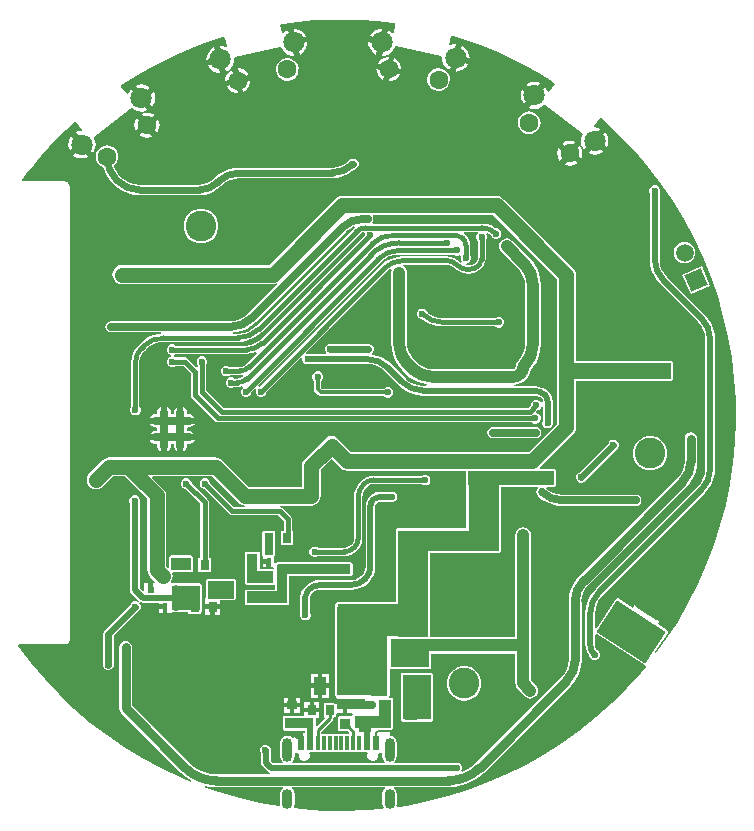
<source format=gbl>
G04*
G04 #@! TF.GenerationSoftware,Altium Limited,Altium Designer,23.6.0 (18)*
G04*
G04 Layer_Physical_Order=2*
G04 Layer_Color=16711680*
%FSLAX25Y25*%
%MOIN*%
G70*
G04*
G04 #@! TF.SameCoordinates,41434E86-4965-44CF-8D99-FF0C004B18D3*
G04*
G04*
G04 #@! TF.FilePolarity,Positive*
G04*
G01*
G75*
%ADD10C,0.01000*%
%ADD15C,0.00800*%
%ADD23R,0.03000X0.03500*%
%ADD25R,0.03500X0.03000*%
%ADD26R,0.03622X0.03228*%
%ADD28R,0.01800X0.02500*%
%ADD41R,0.04000X0.06000*%
%ADD115C,0.02362*%
%ADD125C,0.02200*%
%ADD126C,0.02000*%
%ADD127C,0.01500*%
%ADD128C,0.02500*%
%ADD129C,0.01200*%
%ADD131C,0.04000*%
%ADD132C,0.03000*%
%ADD225C,0.06299*%
%ADD226C,0.07087*%
%ADD227O,0.03543X0.07874*%
%ADD228O,0.03543X0.06693*%
%ADD229C,0.10236*%
%ADD230P,0.11136X4X282.0*%
%ADD231C,0.07874*%
%ADD232C,0.05906*%
%ADD233P,0.08352X4X158.0*%
%ADD234R,0.00945X0.00787*%
%ADD235R,0.02362X0.04724*%
%ADD236R,0.03937X0.06693*%
%ADD237R,0.05512X0.07165*%
%ADD238R,0.01772X0.01968*%
%ADD239R,0.02362X0.02362*%
%ADD240R,0.01181X0.04724*%
%ADD241C,0.05000*%
%ADD242C,0.01600*%
%ADD243R,0.09400X0.03740*%
%ADD244R,0.03000X0.07364*%
%ADD245R,0.28583X0.04552*%
%ADD246R,0.10406X0.20537*%
%ADD247R,0.06621X0.04451*%
%ADD248R,0.37451X0.05200*%
%ADD249R,0.12895X0.09521*%
%ADD250R,0.46334X0.04226*%
G04:AMPARAMS|DCode=251|XSize=136.18mil|YSize=193.82mil|CornerRadius=0mil|HoleSize=0mil|Usage=FLASHONLY|Rotation=237.000|XOffset=0mil|YOffset=0mil|HoleType=Round|Shape=Rectangle|*
%AMROTATEDRECTD251*
4,1,4,-0.04419,0.10988,0.11836,0.00432,0.04419,-0.10988,-0.11836,-0.00432,-0.04419,0.10988,0.0*
%
%ADD251ROTATEDRECTD251*%

G04:AMPARAMS|DCode=252|XSize=125.59mil|YSize=194.18mil|CornerRadius=0mil|HoleSize=0mil|Usage=FLASHONLY|Rotation=237.000|XOffset=0mil|YOffset=0mil|HoleType=Round|Shape=Rectangle|*
%AMROTATEDRECTD252*
4,1,4,-0.04723,0.10554,0.11563,-0.00022,0.04723,-0.10554,-0.11563,0.00022,-0.04723,0.10554,0.0*
%
%ADD252ROTATEDRECTD252*%

%ADD253R,0.04179X0.04755*%
%ADD254R,0.12288X0.03300*%
%ADD255R,0.03747X0.03747*%
%ADD256R,0.11052X0.04175*%
%ADD257R,0.24467X0.03322*%
%ADD258R,0.03295X0.12976*%
%ADD259R,0.13481X0.03847*%
%ADD260R,0.03681X0.09706*%
%ADD261R,0.08884X0.03862*%
%ADD262R,0.09297X0.08416*%
%ADD263R,0.30300X0.10938*%
%ADD264R,0.16802X0.29561*%
%ADD265R,0.10387X0.10630*%
%ADD266R,0.08627X0.05866*%
%ADD267R,0.32300X0.06805*%
%ADD268R,0.10200X0.34614*%
%ADD269R,0.09200X0.15029*%
%ADD270R,0.16902X0.14983*%
%ADD271R,0.03937X0.09219*%
%ADD272R,0.09654X0.03700*%
%ADD273R,0.02362X0.08250*%
%ADD274R,0.02362X0.10550*%
%ADD275R,0.05300X0.05300*%
G36*
X116461Y55231D02*
X121704Y54842D01*
X126927Y54245D01*
X127568Y54146D01*
X127851Y53734D01*
X127266Y50979D01*
X126740Y50912D01*
X125932Y51639D01*
X125237Y51994D01*
X124314Y47655D01*
X123392Y43316D01*
X124171Y43357D01*
X125309Y43727D01*
X126312Y44378D01*
X127113Y45267D01*
X127656Y46333D01*
X127833Y46425D01*
X127859Y46414D01*
X142950Y43206D01*
X143414Y42984D01*
X143477Y41789D01*
X143846Y40651D01*
X144498Y39648D01*
X145387Y38848D01*
X146082Y38493D01*
X147004Y42832D01*
X147927Y47171D01*
X147148Y47130D01*
X146114Y46794D01*
X145662Y47071D01*
X146234Y49762D01*
X146662Y50021D01*
X147248Y49858D01*
X152201Y48265D01*
X157088Y46477D01*
X161900Y44499D01*
X166631Y42332D01*
X171272Y39981D01*
X175818Y37448D01*
X180260Y34738D01*
X180807Y34374D01*
X180897Y33882D01*
X179025Y31271D01*
X178518Y31421D01*
X178098Y32416D01*
X177619Y33031D01*
X174943Y29493D01*
X172267Y25956D01*
X172990Y25662D01*
X174177Y25514D01*
X175362Y25679D01*
X176464Y26144D01*
X177408Y26879D01*
X177623Y26888D01*
X177675Y26829D01*
X189932Y17560D01*
X190257Y17161D01*
X189807Y16053D01*
X189660Y14866D01*
X189824Y13681D01*
X190289Y12579D01*
X190769Y11963D01*
X193444Y15501D01*
X196120Y19039D01*
X195397Y19332D01*
X194320Y19466D01*
X194027Y19909D01*
X195976Y22486D01*
X196473Y22540D01*
X197637Y21547D01*
X202736Y16704D01*
X207569Y11596D01*
X212124Y6238D01*
X216387Y645D01*
X220345Y-5167D01*
X223989Y-11182D01*
X227307Y-17383D01*
X230290Y-23751D01*
X232929Y-30270D01*
X235218Y-36919D01*
X237149Y-43681D01*
X238717Y-50536D01*
X239917Y-57465D01*
X240747Y-64448D01*
X241204Y-71466D01*
X241286Y-78498D01*
X240994Y-85524D01*
X240328Y-92525D01*
X239289Y-99480D01*
X237882Y-106370D01*
X236110Y-113175D01*
X233977Y-119877D01*
X231491Y-126455D01*
X228658Y-132891D01*
X225486Y-139168D01*
X221984Y-145266D01*
X218162Y-151169D01*
X214824Y-155768D01*
X214412Y-155485D01*
X218595Y-149044D01*
X218686Y-148555D01*
X218404Y-148145D01*
X215191Y-146059D01*
X217304Y-142805D01*
X213163Y-140116D01*
X209023Y-137427D01*
X206910Y-140681D01*
X202118Y-137569D01*
X201630Y-137479D01*
X201220Y-137760D01*
X194879Y-147525D01*
X194399Y-147383D01*
Y-142572D01*
X194385Y-142498D01*
X194539Y-140935D01*
X195016Y-139361D01*
X195792Y-137910D01*
X196789Y-136696D01*
X196851Y-136654D01*
X230950Y-102555D01*
X230953Y-102558D01*
X232139Y-101169D01*
X233093Y-99612D01*
X233792Y-97926D01*
X234218Y-96150D01*
X234361Y-94330D01*
X234357D01*
Y-51168D01*
X234361D01*
X234218Y-49347D01*
X233792Y-47572D01*
X233093Y-45885D01*
X232139Y-44328D01*
X230953Y-42940D01*
X230950Y-42943D01*
X218320Y-30313D01*
X218258Y-30271D01*
X217261Y-29057D01*
X216486Y-27606D01*
X216008Y-26032D01*
X215854Y-24468D01*
X215869Y-24395D01*
Y-2403D01*
X216019Y-2041D01*
Y-1333D01*
X215747Y-678D01*
X215246Y-177D01*
X214592Y94D01*
X213883D01*
X213229Y-177D01*
X212727Y-678D01*
X212456Y-1333D01*
Y-2041D01*
X212606Y-2403D01*
Y-24395D01*
X212601D01*
X212745Y-26215D01*
X213171Y-27991D01*
X213870Y-29678D01*
X214824Y-31235D01*
X216010Y-32623D01*
X216013Y-32620D01*
X228643Y-45250D01*
X228705Y-45291D01*
X229702Y-46506D01*
X230477Y-47957D01*
X230955Y-49531D01*
X231109Y-51094D01*
X231094Y-51168D01*
Y-94330D01*
X231109Y-94403D01*
X230955Y-95967D01*
X230477Y-97541D01*
X229702Y-98991D01*
X228705Y-100206D01*
X228643Y-100248D01*
X194544Y-134347D01*
X194540Y-134344D01*
X193354Y-135732D01*
X192400Y-137289D01*
X191702Y-138976D01*
X191276Y-140751D01*
X191132Y-142572D01*
X191137D01*
Y-152917D01*
X191137D01*
X191262Y-154192D01*
X191634Y-155418D01*
X192238Y-156548D01*
X192452Y-156809D01*
X192694Y-157393D01*
X193195Y-157894D01*
X193850Y-158165D01*
X194559D01*
X195213Y-157894D01*
X195714Y-157393D01*
X195985Y-156738D01*
Y-156030D01*
X195714Y-155375D01*
X195213Y-154874D01*
X195007Y-154789D01*
X194830Y-154558D01*
X194502Y-153766D01*
X194394Y-152945D01*
X194399Y-152917D01*
Y-149676D01*
X194899Y-149405D01*
X210857Y-159767D01*
X211009Y-159796D01*
X211210Y-160342D01*
X209603Y-162324D01*
X204891Y-167543D01*
X199907Y-172504D01*
X194665Y-177193D01*
X189181Y-181596D01*
X183471Y-185700D01*
X177550Y-189494D01*
X171435Y-192968D01*
X165145Y-196111D01*
X158695Y-198914D01*
X152105Y-201370D01*
X145394Y-203471D01*
X138581Y-205212D01*
X131684Y-206587D01*
X128571Y-207037D01*
X128172Y-206590D01*
X128296Y-205968D01*
Y-202818D01*
X128111Y-201893D01*
X127587Y-201108D01*
X127337Y-200941D01*
X127489Y-200441D01*
X145658D01*
X145659Y-200441D01*
Y-200441D01*
X145701Y-200433D01*
X147820Y-200294D01*
X149944Y-199871D01*
X151995Y-199175D01*
X153937Y-198217D01*
X155738Y-197014D01*
X157335Y-195614D01*
X157371Y-195590D01*
X157371D01*
X157371Y-195590D01*
X186313Y-166648D01*
X186330Y-166621D01*
X187547Y-165197D01*
X188542Y-163573D01*
X189271Y-161813D01*
X189716Y-159961D01*
X189863Y-158094D01*
X189869Y-158063D01*
Y-138714D01*
X189849Y-138616D01*
X189991Y-137175D01*
X190440Y-135696D01*
X191169Y-134332D01*
X192088Y-133213D01*
X192171Y-133157D01*
X224913Y-100415D01*
X224931Y-100389D01*
X226147Y-98964D01*
X227142Y-97340D01*
X227871Y-95581D01*
X228316Y-93729D01*
X228463Y-91861D01*
X228469Y-91830D01*
Y-84305D01*
X228306Y-83485D01*
X227842Y-82791D01*
X227147Y-82327D01*
X226328Y-82164D01*
X225508Y-82327D01*
X224814Y-82791D01*
X224350Y-83485D01*
X224187Y-84305D01*
Y-91830D01*
X224206Y-91928D01*
X224064Y-93369D01*
X223615Y-94849D01*
X222886Y-96212D01*
X221968Y-97332D01*
X221885Y-97387D01*
X189143Y-130129D01*
X189125Y-130155D01*
X187908Y-131580D01*
X186913Y-133204D01*
X186185Y-134964D01*
X185740Y-136816D01*
X185593Y-138683D01*
X185587Y-138714D01*
Y-158063D01*
X185606Y-158160D01*
X185464Y-159601D01*
X185015Y-161081D01*
X184286Y-162445D01*
X183368Y-163564D01*
X183285Y-163620D01*
X154696Y-192208D01*
X154343Y-192562D01*
X154343D01*
X153985Y-192905D01*
X152894Y-193837D01*
X151247Y-194846D01*
X150145Y-195303D01*
X149781Y-194912D01*
X149981Y-194430D01*
Y-193721D01*
X149710Y-193067D01*
X149209Y-192566D01*
X148554Y-192295D01*
X147846D01*
X147484Y-192444D01*
X127540D01*
X127388Y-191944D01*
X127587Y-191811D01*
X128112Y-191027D01*
X128296Y-190102D01*
Y-185771D01*
X128112Y-184845D01*
X127587Y-184061D01*
X126803Y-183537D01*
X126345Y-183446D01*
X125938Y-183219D01*
Y-181354D01*
X126466D01*
X126925Y-181164D01*
X127115Y-180705D01*
Y-177405D01*
Y-171358D01*
X127066Y-171239D01*
Y-170758D01*
X126585D01*
X126466Y-170709D01*
X125829D01*
Y-169924D01*
X125879Y-169805D01*
Y-161401D01*
X126105Y-161249D01*
X139000D01*
X139459Y-161059D01*
X139649Y-160600D01*
Y-155954D01*
X167805D01*
Y-165905D01*
X167805Y-165905D01*
X167895Y-166583D01*
X168157Y-167216D01*
X168573Y-167759D01*
X170974Y-170159D01*
X171517Y-170576D01*
X172149Y-170838D01*
X172828Y-170927D01*
X173507Y-170838D01*
X174139Y-170576D01*
X174682Y-170159D01*
X175099Y-169616D01*
X175361Y-168983D01*
X175450Y-168305D01*
X175361Y-167626D01*
X175099Y-166993D01*
X174682Y-166450D01*
X173050Y-164818D01*
Y-155398D01*
X173089Y-155305D01*
Y-151079D01*
X173050Y-150986D01*
Y-116505D01*
X172961Y-115826D01*
X172699Y-115193D01*
X172282Y-114650D01*
X171739Y-114234D01*
X171107Y-113972D01*
X170428Y-113882D01*
X169749Y-113972D01*
X169117Y-114234D01*
X168573Y-114650D01*
X168157Y-115193D01*
X167895Y-115826D01*
X167805Y-116505D01*
Y-150429D01*
X139451D01*
X139377Y-150319D01*
Y-122354D01*
X162514D01*
X162973Y-122164D01*
X163163Y-121705D01*
Y-116551D01*
X163182Y-116505D01*
Y-100284D01*
X175188D01*
X175333Y-100677D01*
X175354Y-100784D01*
X174957Y-101378D01*
X174814Y-102100D01*
X174957Y-102822D01*
X175366Y-103434D01*
X175366Y-103434D01*
X175369Y-103437D01*
X175372Y-103438D01*
X175736Y-103748D01*
X176724Y-104592D01*
X178245Y-105524D01*
X179894Y-106207D01*
X181629Y-106624D01*
X183398Y-106763D01*
X183408Y-106765D01*
X207886D01*
X208608Y-106621D01*
X209220Y-106212D01*
X209629Y-105601D01*
X209772Y-104879D01*
X209629Y-104157D01*
X209220Y-103545D01*
X208608Y-103136D01*
X207886Y-102992D01*
X183408D01*
X183331Y-103008D01*
X181921Y-102869D01*
X180491Y-102435D01*
X179173Y-101731D01*
X178398Y-101094D01*
X178048Y-100779D01*
X178068Y-100674D01*
X178212Y-100284D01*
X180730D01*
X181189Y-100094D01*
X181379Y-99635D01*
Y-95083D01*
X181189Y-94624D01*
X180730Y-94434D01*
X176111D01*
X175904Y-93934D01*
X187057Y-82780D01*
X187057Y-82780D01*
X187554Y-82133D01*
X187866Y-81379D01*
X187973Y-80569D01*
X187973Y-80569D01*
Y-65049D01*
X219779D01*
X220239Y-64859D01*
X220429Y-64400D01*
Y-59200D01*
X220239Y-58741D01*
X219779Y-58551D01*
X187973D01*
Y-29733D01*
X187973Y-29733D01*
X187866Y-28924D01*
X187554Y-28170D01*
X187057Y-27522D01*
X163829Y-4294D01*
X163181Y-3797D01*
X162427Y-3484D01*
X161618Y-3378D01*
X161618Y-3378D01*
X109970D01*
X109970Y-3378D01*
X109566Y-3431D01*
X109161Y-3484D01*
X108849Y-3614D01*
X108407Y-3797D01*
X107759Y-4294D01*
X107759Y-4294D01*
X85575Y-26478D01*
X36634D01*
X35825Y-26585D01*
X35071Y-26897D01*
X34423Y-27394D01*
X33926Y-28041D01*
X33614Y-28795D01*
X33507Y-29605D01*
X33614Y-30414D01*
X33926Y-31168D01*
X34423Y-31816D01*
X35071Y-32313D01*
X35825Y-32625D01*
X36634Y-32731D01*
X86870D01*
X86870Y-32731D01*
X87680Y-32625D01*
X88227Y-32398D01*
X88511Y-32822D01*
X78591Y-42742D01*
X78542Y-42814D01*
X77375Y-43772D01*
X75968Y-44524D01*
X74441Y-44987D01*
X72939Y-45135D01*
X72853Y-45118D01*
X33028D01*
X32306Y-45262D01*
X31694Y-45671D01*
X31285Y-46283D01*
X31142Y-47005D01*
X31285Y-47727D01*
X31694Y-48338D01*
X32306Y-48747D01*
X33028Y-48891D01*
X49744D01*
X49764Y-49391D01*
X48889Y-49460D01*
X47152Y-49877D01*
X45501Y-50560D01*
X43978Y-51494D01*
X42619Y-52654D01*
X42626Y-52660D01*
X42254Y-53031D01*
X42244Y-53021D01*
X41179Y-54318D01*
X40388Y-55798D01*
X39901Y-57404D01*
X39737Y-59074D01*
X39751D01*
Y-73637D01*
X39618Y-73770D01*
X39347Y-74425D01*
Y-75133D01*
X39618Y-75788D01*
X40119Y-76289D01*
X40774Y-76560D01*
X41482D01*
X42137Y-76289D01*
X42638Y-75788D01*
X42909Y-75133D01*
Y-74425D01*
X42638Y-73770D01*
X42504Y-73637D01*
Y-59074D01*
X42489Y-58995D01*
X42676Y-57568D01*
X43258Y-56165D01*
X44134Y-55023D01*
X44201Y-54978D01*
X44572Y-54607D01*
X44607Y-54555D01*
X45869Y-53519D01*
X47363Y-52721D01*
X48984Y-52229D01*
X50609Y-52069D01*
X50670Y-52081D01*
X75286D01*
Y-52090D01*
X77067Y-51950D01*
X78804Y-51533D01*
X80454Y-50849D01*
X81978Y-49915D01*
X83336Y-48755D01*
X83330Y-48749D01*
X115422Y-16657D01*
X115772Y-16307D01*
X116150Y-16013D01*
X116420Y-15805D01*
X117178Y-15492D01*
X117409Y-15461D01*
X117760Y-15919D01*
X117646Y-16195D01*
Y-16384D01*
X82596Y-51434D01*
X82595Y-51436D01*
X82594Y-51437D01*
X82594Y-51437D01*
X82593Y-51437D01*
X82568Y-51464D01*
X82561Y-51469D01*
X82559Y-51472D01*
X82195Y-51773D01*
X81623Y-52242D01*
X80506Y-52839D01*
X79294Y-53207D01*
X78060Y-53329D01*
X78034Y-53324D01*
X54642D01*
X54509Y-53190D01*
X53854Y-52919D01*
X53146D01*
X52491Y-53190D01*
X51990Y-53691D01*
X51719Y-54346D01*
Y-55054D01*
X51990Y-55709D01*
X52491Y-56210D01*
X52900Y-56379D01*
Y-56921D01*
X52491Y-57090D01*
X51990Y-57591D01*
X51719Y-58246D01*
Y-58954D01*
X51990Y-59609D01*
X52491Y-60110D01*
X53146Y-60381D01*
X53854D01*
X54509Y-60110D01*
X54642Y-59976D01*
X57100D01*
X59624Y-62500D01*
Y-69879D01*
X59728Y-70406D01*
X60027Y-70852D01*
X67652Y-78478D01*
X68099Y-78776D01*
X68626Y-78881D01*
X68626Y-78881D01*
X173285D01*
X173419Y-79015D01*
X174074Y-79286D01*
X174782D01*
X175437Y-79015D01*
X175938Y-78514D01*
X176209Y-77859D01*
Y-77150D01*
X175938Y-76496D01*
X175437Y-75995D01*
X174839Y-75747D01*
X174618Y-75262D01*
X174993Y-74886D01*
X175182D01*
X175837Y-74615D01*
X176338Y-74114D01*
X176484Y-73761D01*
X176984Y-73860D01*
Y-78423D01*
X176834Y-78785D01*
Y-79493D01*
X177105Y-80148D01*
X177606Y-80649D01*
X178261Y-80920D01*
X178970D01*
X179624Y-80649D01*
X180125Y-80148D01*
X180396Y-79493D01*
Y-78785D01*
X180247Y-78423D01*
Y-72123D01*
X180259D01*
X180085Y-70806D01*
X179577Y-69579D01*
X179186Y-69069D01*
X179075Y-68903D01*
X178946Y-68711D01*
X178946Y-68711D01*
X178769Y-68525D01*
X178489Y-68307D01*
X178305Y-68184D01*
X177958Y-67899D01*
X176830Y-67297D01*
X175606Y-66925D01*
X174334Y-66800D01*
Y-66800D01*
X167372D01*
X167347Y-66300D01*
X168201Y-66216D01*
X169356Y-65865D01*
X170421Y-65297D01*
X171354Y-64531D01*
X172120Y-63597D01*
X172689Y-62533D01*
X173039Y-61378D01*
X173048Y-61292D01*
X173812Y-60397D01*
X174892Y-58634D01*
X175684Y-56724D01*
X176166Y-54714D01*
X176328Y-52653D01*
X176310D01*
Y-33107D01*
X176327D01*
X176171Y-31130D01*
X175708Y-29201D01*
X174949Y-27369D01*
X173913Y-25678D01*
X172625Y-24170D01*
X172625Y-24170D01*
X172260Y-23828D01*
X166782Y-18350D01*
X166239Y-17934D01*
X165607Y-17672D01*
X164928Y-17582D01*
X164249Y-17672D01*
X163617Y-17934D01*
X163074Y-18350D01*
X162657Y-18893D01*
X162395Y-19526D01*
X162305Y-20205D01*
X162395Y-20883D01*
X162657Y-21516D01*
X163074Y-22059D01*
X168560Y-27545D01*
X168904Y-27890D01*
X169218Y-28260D01*
X169829Y-29004D01*
X170511Y-30280D01*
X170931Y-31666D01*
X171070Y-33072D01*
X171065Y-33107D01*
Y-52653D01*
X171071Y-52699D01*
X170924Y-54199D01*
X170473Y-55685D01*
X169741Y-57054D01*
X169013Y-57941D01*
X168694Y-58305D01*
X168673Y-58321D01*
X168256Y-58864D01*
X167994Y-59497D01*
X167905Y-60176D01*
X167905Y-60176D01*
X167895D01*
X167827Y-60519D01*
X167633Y-60809D01*
X167342Y-61004D01*
X166999Y-61072D01*
Y-61082D01*
X140270D01*
X140235Y-61087D01*
X138829Y-60948D01*
X137444Y-60528D01*
X136167Y-59846D01*
X135423Y-59235D01*
X135053Y-58921D01*
X134708Y-58577D01*
X133811Y-57679D01*
X133783Y-57658D01*
X132887Y-56566D01*
X132204Y-55289D01*
X131784Y-53903D01*
X131646Y-52497D01*
X131650Y-52463D01*
Y-29077D01*
X131561Y-28399D01*
X131299Y-27766D01*
X130882Y-27223D01*
X130339Y-26806D01*
X130290Y-26786D01*
X130294Y-26757D01*
X130445Y-26281D01*
X144665D01*
X144700Y-26274D01*
X145726Y-26409D01*
X146714Y-26819D01*
X147179Y-27175D01*
X147552Y-27480D01*
X147552Y-27480D01*
X148483Y-28244D01*
X149544Y-28811D01*
X150696Y-29160D01*
X151875Y-29277D01*
X151894Y-29278D01*
X152362D01*
D01*
X152381Y-29277D01*
X153560Y-29160D01*
X154711Y-28811D01*
X155773Y-28244D01*
X156703Y-27480D01*
X156709Y-27486D01*
X157403Y-26582D01*
X157839Y-25529D01*
X157987Y-24399D01*
X157976D01*
Y-18342D01*
X158110Y-18209D01*
X158381Y-17554D01*
Y-16846D01*
X158110Y-16191D01*
X157990Y-16071D01*
X158273Y-15647D01*
X159320Y-16081D01*
X159602Y-16297D01*
Y-16325D01*
X159873Y-16980D01*
X160374Y-17481D01*
X161028Y-17752D01*
X161737D01*
X162392Y-17481D01*
X162893Y-16980D01*
X163164Y-16325D01*
Y-15617D01*
X162893Y-14962D01*
X162392Y-14461D01*
X161737Y-14190D01*
X161391D01*
X161141Y-13984D01*
X159744Y-13238D01*
X158228Y-12778D01*
X156652Y-12623D01*
Y-12635D01*
X120328D01*
X120063Y-12135D01*
X120325Y-11743D01*
X120468Y-11021D01*
X120325Y-10299D01*
X120213Y-10131D01*
X120480Y-9631D01*
X160323D01*
X181720Y-31028D01*
Y-59102D01*
X181679Y-59200D01*
Y-64400D01*
X181720Y-64498D01*
Y-79274D01*
X172221Y-88773D01*
X113055D01*
X108947Y-84665D01*
X108739Y-84394D01*
X108091Y-83897D01*
X107337Y-83584D01*
X106528Y-83478D01*
X105719Y-83584D01*
X104964Y-83897D01*
X104317Y-84394D01*
X97589Y-91122D01*
X97092Y-91769D01*
X96780Y-92523D01*
X96726Y-92928D01*
X96673Y-93333D01*
X96673Y-93333D01*
Y-100378D01*
X79000D01*
X70111Y-91489D01*
X69463Y-90992D01*
X68709Y-90680D01*
X68305Y-90627D01*
X67900Y-90573D01*
X67900Y-90573D01*
X38822D01*
X38821Y-90573D01*
X38821Y-90573D01*
X32432D01*
X31623Y-90680D01*
X30869Y-90992D01*
X30222Y-91489D01*
X30222Y-91489D01*
X25817Y-95894D01*
X25320Y-96541D01*
X25008Y-97295D01*
X24901Y-98105D01*
X25008Y-98914D01*
X25320Y-99668D01*
X25817Y-100316D01*
X26465Y-100812D01*
X27219Y-101125D01*
X28028Y-101231D01*
X28837Y-101125D01*
X29591Y-100812D01*
X30239Y-100316D01*
X33728Y-96827D01*
X37526D01*
X45172Y-104472D01*
Y-121755D01*
Y-128069D01*
X45172Y-128069D01*
X45225Y-128474D01*
X45278Y-128878D01*
X45591Y-129632D01*
X46088Y-130280D01*
X47770Y-131963D01*
X47563Y-132463D01*
X46944D01*
Y-134644D01*
X45444D01*
Y-132463D01*
X44013D01*
Y-134852D01*
X43551Y-135044D01*
X42559Y-134052D01*
Y-105720D01*
X42709Y-105359D01*
Y-104650D01*
X42438Y-103996D01*
X41937Y-103495D01*
X41282Y-103224D01*
X40574D01*
X39919Y-103495D01*
X39418Y-103996D01*
X39147Y-104650D01*
Y-105359D01*
X39296Y-105720D01*
Y-134728D01*
X39421Y-135352D01*
X39774Y-135881D01*
X42235Y-138342D01*
X41952Y-138766D01*
X41504Y-138581D01*
X40796D01*
X40141Y-138852D01*
X39640Y-139353D01*
X39592Y-139468D01*
X30900Y-148160D01*
X30524Y-148723D01*
X30392Y-149386D01*
Y-159135D01*
X30345Y-159250D01*
Y-159959D01*
X30616Y-160614D01*
X31117Y-161115D01*
X31771Y-161386D01*
X32480D01*
X33134Y-161115D01*
X33636Y-160614D01*
X33907Y-159959D01*
Y-159250D01*
X33859Y-159135D01*
Y-150104D01*
X42043Y-141919D01*
X42159Y-141872D01*
X42660Y-141371D01*
X42931Y-140716D01*
Y-140007D01*
X42660Y-139353D01*
X42479Y-139172D01*
X42798Y-138784D01*
X42962Y-138893D01*
X43586Y-139017D01*
X49130D01*
Y-139508D01*
X51030D01*
Y-140258D01*
X51780D01*
Y-142508D01*
X52930D01*
Y-142477D01*
X53280Y-142243D01*
X58768D01*
Y-142608D01*
X62968D01*
Y-142082D01*
X63037Y-142053D01*
X63227Y-141594D01*
Y-133178D01*
X63037Y-132719D01*
X62578Y-132528D01*
X53280D01*
X53248Y-132542D01*
X52933Y-132131D01*
X53181Y-131807D01*
X53494Y-131053D01*
X53600Y-130244D01*
X53494Y-129435D01*
X53446Y-129319D01*
X53724Y-128903D01*
X59707D01*
X59827Y-128854D01*
X60307D01*
Y-128373D01*
X60357Y-128254D01*
Y-123803D01*
X60167Y-123343D01*
X59707Y-123153D01*
X53086D01*
X52627Y-123343D01*
X52437Y-123803D01*
Y-127132D01*
X51975Y-127323D01*
X51425Y-126774D01*
Y-121755D01*
Y-103177D01*
X51319Y-102368D01*
X51006Y-101614D01*
X50509Y-100966D01*
X50509Y-100966D01*
X46832Y-97289D01*
X47023Y-96827D01*
X66605D01*
X75494Y-105716D01*
X75494Y-105716D01*
X76141Y-106212D01*
X76895Y-106525D01*
X77645Y-106624D01*
X77612Y-107124D01*
X74070D01*
X66081Y-99134D01*
Y-98946D01*
X65810Y-98291D01*
X65309Y-97790D01*
X64654Y-97519D01*
X63946D01*
X63291Y-97790D01*
X62790Y-98291D01*
X62519Y-98946D01*
Y-99654D01*
X62790Y-100309D01*
X63291Y-100810D01*
X63946Y-101081D01*
X64135D01*
X72527Y-109473D01*
X72527Y-109473D01*
X72973Y-109772D01*
X73500Y-109876D01*
X88630D01*
X90524Y-111770D01*
Y-115150D01*
X89600D01*
Y-119850D01*
X93800D01*
Y-115150D01*
X93276D01*
Y-111803D01*
X93376Y-111300D01*
X93272Y-110773D01*
X92973Y-110327D01*
X92873Y-110227D01*
X92873Y-110227D01*
X90173Y-107527D01*
X89727Y-107228D01*
X89200Y-107124D01*
X89219Y-106631D01*
X99800D01*
X100609Y-106525D01*
X101363Y-106212D01*
X102011Y-105716D01*
X102508Y-105068D01*
X102820Y-104314D01*
X102927Y-103505D01*
X102913Y-103405D01*
X102927Y-103305D01*
Y-94628D01*
X106496Y-91058D01*
X109549Y-94111D01*
X109549Y-94111D01*
X110197Y-94608D01*
X110951Y-94920D01*
X111760Y-95027D01*
X111760Y-95027D01*
X151460D01*
X151498Y-95083D01*
Y-95920D01*
X151478Y-95968D01*
Y-111075D01*
X151478Y-111075D01*
Y-114251D01*
X128528D01*
X128069Y-114441D01*
X127878Y-114900D01*
Y-121705D01*
Y-138732D01*
X108428D01*
X107969Y-138922D01*
X107778Y-139381D01*
Y-140244D01*
Y-150319D01*
Y-151463D01*
X107678Y-151705D01*
Y-166687D01*
X107778Y-166929D01*
Y-169805D01*
X107969Y-170264D01*
X108278Y-170632D01*
X108278Y-170892D01*
Y-172000D01*
X108110Y-172430D01*
X107778Y-172430D01*
X103910D01*
Y-177130D01*
X104163D01*
X104354Y-177592D01*
X101693Y-180253D01*
X101232Y-180061D01*
Y-177530D01*
X102510D01*
Y-175530D01*
X100010D01*
X97510D01*
Y-176624D01*
X96874D01*
X96797Y-176655D01*
X90928D01*
X90469Y-176846D01*
X90278Y-177305D01*
Y-181005D01*
X90469Y-181464D01*
X90928Y-181654D01*
X97571D01*
Y-182330D01*
X97001D01*
Y-185692D01*
X95502D01*
Y-182330D01*
X94070D01*
Y-183967D01*
X93570Y-184118D01*
X93532Y-184061D01*
X92748Y-183537D01*
X91822Y-183353D01*
X90897Y-183537D01*
X90113Y-184061D01*
X89588Y-184845D01*
X89404Y-185771D01*
Y-190102D01*
X89588Y-191027D01*
X90113Y-191811D01*
X90311Y-191944D01*
X90160Y-192444D01*
X87051D01*
X86201Y-191594D01*
Y-188648D01*
X86281Y-188454D01*
Y-187746D01*
X86010Y-187091D01*
X85509Y-186590D01*
X84854Y-186319D01*
X84146D01*
X83491Y-186590D01*
X82990Y-187091D01*
X82719Y-187746D01*
Y-188454D01*
X82938Y-188983D01*
Y-192269D01*
X83062Y-192894D01*
X83416Y-193423D01*
X85222Y-195229D01*
X85751Y-195583D01*
X86133Y-195659D01*
X86084Y-196159D01*
X67997D01*
X67892Y-196180D01*
X66071Y-196036D01*
X64193Y-195585D01*
X62408Y-194846D01*
X60761Y-193837D01*
X59372Y-192651D01*
X59313Y-192562D01*
X40069Y-173318D01*
Y-153894D01*
X39906Y-153074D01*
X39442Y-152380D01*
X38747Y-151916D01*
X37928Y-151753D01*
X37108Y-151916D01*
X36414Y-152380D01*
X35950Y-153074D01*
X35787Y-153894D01*
Y-174205D01*
X35950Y-175024D01*
X36414Y-175719D01*
X56285Y-195590D01*
X56285Y-195590D01*
X56285Y-195590D01*
X56321Y-195614D01*
X57917Y-197014D01*
X59718Y-198217D01*
X59783Y-198249D01*
X59577Y-198705D01*
X55998Y-197236D01*
X49644Y-194224D01*
X43459Y-190877D01*
X37461Y-187206D01*
X31667Y-183220D01*
X26094Y-178932D01*
X20757Y-174352D01*
X15671Y-169495D01*
X10852Y-164374D01*
X6312Y-159003D01*
X2065Y-153398D01*
X2003Y-153307D01*
X2237Y-152865D01*
X17717Y-152826D01*
X18008Y-152767D01*
X18298Y-152710D01*
X18300Y-152709D01*
X18302Y-152708D01*
X18547Y-152543D01*
X18794Y-152378D01*
X18795Y-152377D01*
X18797Y-152375D01*
X18961Y-152129D01*
X19126Y-151882D01*
X19126Y-151880D01*
X19127Y-151878D01*
X19184Y-151587D01*
X19242Y-151297D01*
Y-108D01*
X19185Y180D01*
X19129Y469D01*
X19127Y473D01*
X19126Y477D01*
X18963Y722D01*
X18801Y967D01*
X18797Y970D01*
X18794Y974D01*
X18550Y1137D01*
X18307Y1302D01*
X18302Y1302D01*
X18298Y1305D01*
X18010Y1362D01*
X17722Y1421D01*
X3514Y1507D01*
X3291Y1954D01*
X4764Y3929D01*
X7231Y7038D01*
X9791Y10071D01*
X12441Y13026D01*
X15178Y15900D01*
X18000Y18690D01*
X20808Y21303D01*
X21348Y21354D01*
X21406Y21349D01*
X23464Y18715D01*
X23178Y18268D01*
X22103Y18117D01*
X21384Y17812D01*
X24115Y14317D01*
X26846Y10821D01*
X27316Y11445D01*
X27764Y12554D01*
X27910Y13741D01*
X27743Y14926D01*
X27276Y16027D01*
X27319Y16221D01*
X27343Y16233D01*
X39502Y25733D01*
X39971Y25945D01*
X40926Y25225D01*
X42035Y24777D01*
X43223Y24632D01*
X44407Y24798D01*
X45125Y25103D01*
X42395Y28598D01*
X39664Y32094D01*
X39194Y31470D01*
X38826Y30558D01*
X38283Y30452D01*
X36423Y33000D01*
X36508Y33493D01*
X37062Y33871D01*
X41481Y36641D01*
X46006Y39234D01*
X50630Y41646D01*
X55346Y43873D01*
X60146Y45913D01*
X65023Y47761D01*
X69969Y49415D01*
X70570Y49590D01*
X71001Y49337D01*
X71638Y46580D01*
X71190Y46296D01*
X70151Y46613D01*
X69371Y46641D01*
X70369Y42319D01*
X71367Y37997D01*
X72056Y38363D01*
X72931Y39179D01*
X73564Y40194D01*
X73914Y41337D01*
X73956Y42533D01*
X74416Y42763D01*
X89450Y46234D01*
X89475Y46246D01*
X89653Y46157D01*
X90215Y45101D01*
X91031Y44226D01*
X92045Y43592D01*
X93189Y43242D01*
X93969Y43215D01*
X92971Y47537D01*
X91973Y51859D01*
X91285Y51493D01*
X90490Y50751D01*
X89963Y50810D01*
X89338Y53515D01*
X89616Y53931D01*
X90244Y54035D01*
X95460Y54692D01*
X100698Y55141D01*
X105950Y55380D01*
X111207Y55410D01*
X116461Y55231D01*
D02*
G37*
G36*
X114365Y-13915D02*
X113824Y-14359D01*
X113824Y-14359D01*
X113472Y-14714D01*
X81384Y-46802D01*
X81349Y-46854D01*
X80087Y-47890D01*
X78593Y-48689D01*
X76972Y-49180D01*
X75346Y-49340D01*
X75286Y-49328D01*
X73674D01*
X73655Y-48828D01*
X74713Y-48745D01*
X76526Y-48309D01*
X78250Y-47596D01*
X79840Y-46621D01*
X81258Y-45410D01*
X81258Y-45410D01*
X111384Y-15284D01*
X111432Y-15211D01*
X112599Y-14254D01*
X114006Y-13501D01*
X114125Y-13465D01*
X114365Y-13915D01*
D02*
G37*
G36*
X129085Y-22933D02*
X147114D01*
X147247Y-23067D01*
X147902Y-23338D01*
X148611D01*
X149265Y-23067D01*
X149305Y-23027D01*
X149729Y-23310D01*
X149547Y-23750D01*
Y-24459D01*
X149818Y-25114D01*
X149935Y-25231D01*
X149600Y-25603D01*
X149506Y-25527D01*
X149506Y-25527D01*
X148468Y-24675D01*
X147285Y-24043D01*
X146001Y-23653D01*
X144665Y-23522D01*
Y-23528D01*
X130445D01*
Y-23505D01*
X128422Y-23704D01*
X126478Y-24294D01*
X124686Y-25252D01*
X123115Y-26541D01*
X123115Y-26541D01*
X122778Y-26911D01*
X82869Y-66820D01*
X82680D01*
X82320Y-66969D01*
X82037Y-66545D01*
X120691Y-27891D01*
X120963Y-27483D01*
X122987Y-25459D01*
X122987Y-25459D01*
X123353Y-25136D01*
X124284Y-24372D01*
X125778Y-23573D01*
X127399Y-23081D01*
X129024Y-22921D01*
X129085Y-22933D01*
D02*
G37*
G36*
X155393Y-15888D02*
X155090Y-16191D01*
X154819Y-16846D01*
Y-17554D01*
X155090Y-18209D01*
X155224Y-18342D01*
Y-24399D01*
X155227Y-24418D01*
X155108Y-25015D01*
X154770Y-25521D01*
X154754Y-25531D01*
X154745Y-25545D01*
X154057Y-26074D01*
X153239Y-26412D01*
X152378Y-26526D01*
X152362Y-26522D01*
X151894D01*
X151877Y-26526D01*
X151349Y-26456D01*
X151294Y-26386D01*
X151540Y-25886D01*
X151682D01*
X152337Y-25615D01*
X152838Y-25114D01*
X153109Y-24459D01*
Y-23750D01*
X152838Y-23096D01*
X152704Y-22962D01*
Y-20060D01*
X152722D01*
X152546Y-18728D01*
X152032Y-17485D01*
X151214Y-16419D01*
X151210Y-16423D01*
X150513Y-15888D01*
X150682Y-15388D01*
X155186D01*
X155393Y-15888D01*
D02*
G37*
G36*
X81574Y-55912D02*
X78128Y-59358D01*
X78127Y-59359D01*
X78127Y-59359D01*
X78126Y-59360D01*
X78114Y-59378D01*
X77378Y-59943D01*
X76499Y-60307D01*
X75579Y-60428D01*
X75556Y-60424D01*
X72642D01*
X72509Y-60290D01*
X71854Y-60019D01*
X71146D01*
X70491Y-60290D01*
X69990Y-60791D01*
X69719Y-61446D01*
Y-62154D01*
X69990Y-62809D01*
X70491Y-63310D01*
X71146Y-63581D01*
X71854D01*
X72509Y-63310D01*
X72642Y-63176D01*
X75556D01*
Y-63181D01*
X76803Y-63058D01*
X76918Y-63023D01*
X77151Y-63475D01*
X76645Y-63863D01*
X75849Y-64193D01*
X75008Y-64303D01*
X74994Y-64301D01*
X74200D01*
X74067Y-64167D01*
X73412Y-63896D01*
X72704D01*
X72049Y-64167D01*
X71548Y-64668D01*
X71277Y-65323D01*
Y-66031D01*
X71548Y-66686D01*
X72049Y-67187D01*
X72704Y-67458D01*
X73412D01*
X74067Y-67187D01*
X74200Y-67054D01*
X74994D01*
Y-67056D01*
X76175Y-66940D01*
X76598Y-66812D01*
X76863Y-67254D01*
X76524Y-67592D01*
X76253Y-68247D01*
Y-68955D01*
X76524Y-69610D01*
X77025Y-70111D01*
X77680Y-70382D01*
X78388D01*
X79043Y-70111D01*
X79544Y-69610D01*
X79815Y-68955D01*
Y-68767D01*
X80978Y-67604D01*
X81402Y-67887D01*
X81253Y-68247D01*
Y-68955D01*
X81524Y-69610D01*
X82025Y-70111D01*
X82680Y-70382D01*
X83388D01*
X84043Y-70111D01*
X84544Y-69610D01*
X84815Y-68955D01*
Y-68767D01*
X96285Y-57297D01*
X96490Y-57365D01*
X96747Y-57542D01*
Y-58159D01*
X97018Y-58814D01*
X97519Y-59315D01*
X98174Y-59586D01*
X98882D01*
X99244Y-59436D01*
X118368D01*
X118441Y-59421D01*
X120005Y-59575D01*
X121579Y-60053D01*
X123029Y-60828D01*
X124244Y-61825D01*
X124285Y-61887D01*
X128928Y-66529D01*
X128924Y-66532D01*
X130313Y-67718D01*
X131870Y-68672D01*
X133556Y-69371D01*
X135332Y-69797D01*
X137152Y-69941D01*
Y-69936D01*
X153657D01*
X153730Y-69921D01*
X154985Y-70045D01*
X154985Y-70045D01*
X155244Y-70063D01*
X155464Y-70063D01*
X174334D01*
X174362Y-70057D01*
X175180Y-70165D01*
X175969Y-70491D01*
X176523Y-70917D01*
X176861Y-71423D01*
X176950Y-71871D01*
X176857Y-72044D01*
X176599Y-72070D01*
X176288Y-72047D01*
X175837Y-71595D01*
X175182Y-71324D01*
X174474D01*
X173819Y-71595D01*
X173318Y-72096D01*
X173047Y-72750D01*
Y-72939D01*
X171958Y-74028D01*
X70575D01*
X64676Y-68130D01*
Y-59742D01*
X64810Y-59609D01*
X65081Y-58954D01*
Y-58246D01*
X64810Y-57591D01*
X64309Y-57090D01*
X63654Y-56819D01*
X62946D01*
X62291Y-57090D01*
X61790Y-57591D01*
X61519Y-58246D01*
Y-58954D01*
X61790Y-59609D01*
X61924Y-59742D01*
Y-60254D01*
X61462Y-60445D01*
X58643Y-57627D01*
X58197Y-57328D01*
X57670Y-57224D01*
X54642D01*
X54509Y-57090D01*
X54100Y-56921D01*
Y-56379D01*
X54509Y-56210D01*
X54642Y-56076D01*
X78034D01*
Y-56094D01*
X79833Y-55917D01*
X81309Y-55470D01*
X81574Y-55912D01*
D02*
G37*
G36*
X126255Y-27671D02*
X126565Y-28229D01*
X126495Y-28399D01*
X126405Y-29077D01*
Y-52463D01*
X126389D01*
X126544Y-54440D01*
X127007Y-56368D01*
X127766Y-58201D01*
X128803Y-59891D01*
X130091Y-61400D01*
X130102Y-61388D01*
X130991Y-62277D01*
X131333Y-62642D01*
X131333Y-62642D01*
X132841Y-63930D01*
X134532Y-64966D01*
X136364Y-65725D01*
X138232Y-66173D01*
X138172Y-66673D01*
X137152D01*
X137079Y-66688D01*
X135515Y-66534D01*
X133941Y-66056D01*
X132491Y-65281D01*
X131276Y-64284D01*
X131235Y-64222D01*
X126593Y-59580D01*
X126596Y-59577D01*
X125207Y-58391D01*
X123651Y-57437D01*
X121964Y-56738D01*
X120209Y-56317D01*
X120170Y-56256D01*
X120021Y-55797D01*
X120310Y-55509D01*
X120581Y-54854D01*
Y-54146D01*
X120310Y-53491D01*
X119809Y-52990D01*
X119154Y-52719D01*
X118446D01*
X118330Y-52767D01*
X106570D01*
X106454Y-52719D01*
X105746D01*
X105091Y-52990D01*
X104590Y-53491D01*
X104319Y-54146D01*
Y-54854D01*
X104590Y-55509D01*
X104754Y-55673D01*
X104547Y-56173D01*
X99244D01*
X98882Y-56024D01*
X98265D01*
X98088Y-55766D01*
X98020Y-55562D01*
X124731Y-28851D01*
X125078Y-28504D01*
X125446Y-28185D01*
X126103Y-27646D01*
X126255Y-27671D01*
D02*
G37*
G36*
X111778Y-175632D02*
X113504D01*
X113693Y-176132D01*
X113528Y-176530D01*
X113028Y-176857D01*
X113024Y-176855D01*
X109278D01*
X108851Y-177032D01*
X108678D01*
Y-177385D01*
X108628Y-177505D01*
Y-181251D01*
X108819Y-181711D01*
X109278Y-181901D01*
X112088D01*
X112417Y-182230D01*
X112210Y-182730D01*
X111025D01*
Y-182730D01*
X108644D01*
Y-182730D01*
X107088D01*
Y-182730D01*
X104707D01*
Y-182730D01*
X103082D01*
Y-182037D01*
X106803Y-178315D01*
X106803Y-178315D01*
X107046Y-177952D01*
X107132Y-177522D01*
X107425Y-177130D01*
X108110D01*
Y-176063D01*
X108278Y-175632D01*
X108610Y-175632D01*
X110278D01*
Y-173132D01*
X111778D01*
Y-175632D01*
D02*
G37*
G36*
X116518Y-188654D02*
X116998D01*
X117118Y-188704D01*
X118214D01*
X118548Y-189204D01*
X118407Y-189543D01*
Y-190267D01*
X118684Y-190936D01*
X119197Y-191448D01*
X119866Y-191725D01*
X120590D01*
X121259Y-191448D01*
X121771Y-190936D01*
X122048Y-190267D01*
Y-189543D01*
X122018Y-189470D01*
X122296Y-189054D01*
X123459D01*
Y-190102D01*
X123643Y-191027D01*
X124168Y-191811D01*
X124367Y-191944D01*
X124215Y-192444D01*
X93485D01*
X93333Y-191944D01*
X93532Y-191811D01*
X94056Y-191027D01*
X94240Y-190102D01*
Y-189054D01*
X95404D01*
X95682Y-189470D01*
X95652Y-189543D01*
Y-190267D01*
X95929Y-190936D01*
X96441Y-191448D01*
X97110Y-191725D01*
X97834D01*
X98503Y-191448D01*
X99015Y-190936D01*
X99292Y-190267D01*
Y-189543D01*
X99152Y-189204D01*
X99486Y-188704D01*
X100286D01*
X100582Y-188704D01*
X100770Y-188654D01*
X100770Y-188654D01*
X105119D01*
Y-188654D01*
X106675D01*
Y-188654D01*
X109056D01*
Y-188654D01*
X110612D01*
Y-188654D01*
X112581D01*
Y-188654D01*
X114962D01*
Y-188654D01*
X116518D01*
Y-188654D01*
D02*
G37*
G36*
X65836Y-200294D02*
X67954Y-200433D01*
X67997Y-200441D01*
Y-200441D01*
X67997Y-200441D01*
X90211D01*
X90363Y-200941D01*
X90113Y-201108D01*
X89588Y-201893D01*
X89404Y-202818D01*
Y-205968D01*
X89507Y-206484D01*
X89083Y-206916D01*
X82744Y-205788D01*
X75896Y-204188D01*
X69143Y-202225D01*
X64064Y-200451D01*
X64196Y-199968D01*
X65836Y-200294D01*
D02*
G37*
G36*
X124418Y-200941D02*
X124168Y-201108D01*
X123643Y-201893D01*
X123459Y-202818D01*
Y-205968D01*
X123643Y-206893D01*
X123874Y-207238D01*
X123659Y-207690D01*
X117721Y-208227D01*
X110693Y-208487D01*
X103662Y-208372D01*
X96646Y-207883D01*
X94116Y-207570D01*
X93908Y-207116D01*
X94056Y-206893D01*
X94240Y-205968D01*
Y-202818D01*
X94056Y-201893D01*
X93532Y-201108D01*
X93282Y-200941D01*
X93434Y-200441D01*
X124266D01*
X124418Y-200941D01*
D02*
G37*
%LPC*%
G36*
X123280Y52409D02*
X122501Y52369D01*
X121364Y51999D01*
X120360Y51348D01*
X119560Y50459D01*
X119206Y49763D01*
X122566Y49049D01*
X123280Y52409D01*
D02*
G37*
G36*
X93922Y52309D02*
X94695Y48961D01*
X98043Y49734D01*
X97676Y50423D01*
X96860Y51298D01*
X95846Y51932D01*
X94702Y52282D01*
X93922Y52309D01*
D02*
G37*
G36*
X118790Y47807D02*
X118831Y47028D01*
X119200Y45890D01*
X119852Y44887D01*
X120741Y44086D01*
X121436Y43732D01*
X122150Y47093D01*
X118790Y47807D01*
D02*
G37*
G36*
X98492Y47785D02*
X95145Y47012D01*
X95918Y43665D01*
X96607Y44031D01*
X97482Y44847D01*
X98115Y45862D01*
X98465Y47006D01*
X98492Y47785D01*
D02*
G37*
G36*
X149883Y46755D02*
X149169Y43395D01*
X152529Y42680D01*
X152488Y43459D01*
X152119Y44597D01*
X151467Y45600D01*
X150578Y46401D01*
X149883Y46755D01*
D02*
G37*
G36*
X67422Y46191D02*
X66733Y45825D01*
X65859Y45009D01*
X65225Y43994D01*
X64875Y42850D01*
X64848Y42070D01*
X68195Y42843D01*
X67422Y46191D01*
D02*
G37*
G36*
X125520Y43064D02*
X124898Y43032D01*
X123859Y42694D01*
X122943Y42099D01*
X122212Y41287D01*
X121929Y40732D01*
X124891Y40102D01*
X125520Y43064D01*
D02*
G37*
G36*
X127477Y42649D02*
X126847Y39687D01*
X129809Y39057D01*
X129776Y39679D01*
X129439Y40718D01*
X128843Y41635D01*
X128032Y42366D01*
X127477Y42649D01*
D02*
G37*
G36*
X148753Y41438D02*
X148038Y38078D01*
X148818Y38118D01*
X149955Y38488D01*
X150959Y39140D01*
X151759Y40029D01*
X152113Y40724D01*
X148753Y41438D01*
D02*
G37*
G36*
X68645Y40895D02*
X65298Y40122D01*
X65664Y39433D01*
X66480Y38558D01*
X67494Y37924D01*
X68638Y37574D01*
X69418Y37547D01*
X68645Y40895D01*
D02*
G37*
G36*
X75351Y39118D02*
X76032Y36167D01*
X78982Y36849D01*
X78690Y37398D01*
X77945Y38198D01*
X77018Y38776D01*
X75973Y39096D01*
X75351Y39118D01*
D02*
G37*
G36*
X121513Y38776D02*
X121546Y38154D01*
X121883Y37115D01*
X122478Y36198D01*
X123290Y35467D01*
X123845Y35184D01*
X124475Y38146D01*
X121513Y38776D01*
D02*
G37*
G36*
X73402Y38668D02*
X72852Y38375D01*
X72053Y37630D01*
X71474Y36704D01*
X71154Y35659D01*
X71133Y35036D01*
X74083Y35717D01*
X73402Y38668D01*
D02*
G37*
G36*
X91415Y42541D02*
X90453Y42319D01*
X89581Y41855D01*
X88859Y41182D01*
X88336Y40345D01*
X88047Y39400D01*
X88013Y38414D01*
X88235Y37452D01*
X88699Y36580D01*
X89372Y35858D01*
X90209Y35335D01*
X91153Y35046D01*
X92140Y35012D01*
X93102Y35234D01*
X93974Y35697D01*
X94696Y36371D01*
X95219Y37208D01*
X95508Y38152D01*
X95542Y39139D01*
X95320Y40101D01*
X94857Y40972D01*
X94183Y41695D01*
X93346Y42218D01*
X92402Y42506D01*
X91415Y42541D01*
D02*
G37*
G36*
X126431Y37730D02*
X125802Y34768D01*
X126424Y34801D01*
X127463Y35139D01*
X128379Y35734D01*
X129110Y36546D01*
X129393Y37101D01*
X126431Y37730D01*
D02*
G37*
G36*
X142517Y39167D02*
X141531Y39115D01*
X140592Y38810D01*
X139764Y38272D01*
X139103Y37539D01*
X138655Y36659D01*
X138450Y35693D01*
X138502Y34707D01*
X138807Y33768D01*
X139344Y32940D01*
X140078Y32280D01*
X140958Y31831D01*
X141923Y31626D01*
X142909Y31678D01*
X143848Y31983D01*
X144676Y32521D01*
X145337Y33255D01*
X145785Y34134D01*
X145990Y35100D01*
X145939Y36086D01*
X145634Y37025D01*
X145096Y37853D01*
X144362Y38513D01*
X143482Y38962D01*
X142517Y39167D01*
D02*
G37*
G36*
X174113Y34679D02*
X172928Y34514D01*
X171826Y34049D01*
X171211Y33570D01*
X173951Y31497D01*
X176023Y34238D01*
X175300Y34531D01*
X174113Y34679D01*
D02*
G37*
G36*
X79432Y34900D02*
X76482Y34219D01*
X77163Y31268D01*
X77713Y31561D01*
X78512Y32306D01*
X79091Y33232D01*
X79410Y34277D01*
X79432Y34900D01*
D02*
G37*
G36*
X74533Y33769D02*
X71583Y33088D01*
X71875Y32537D01*
X72620Y31738D01*
X73547Y31159D01*
X74591Y30840D01*
X75214Y30818D01*
X74533Y33769D01*
D02*
G37*
G36*
X43143Y33796D02*
X41958Y33630D01*
X41240Y33325D01*
X43355Y30618D01*
X46062Y32733D01*
X45439Y33202D01*
X44330Y33650D01*
X43143Y33796D01*
D02*
G37*
G36*
X170004Y31975D02*
X169711Y31252D01*
X169563Y30065D01*
X169727Y28880D01*
X170193Y27778D01*
X170672Y27162D01*
X172745Y29902D01*
X170004Y31975D01*
D02*
G37*
G36*
X47294Y31157D02*
X44586Y29041D01*
X46701Y26334D01*
X47171Y26957D01*
X47619Y28067D01*
X47765Y29254D01*
X47598Y30439D01*
X47294Y31157D01*
D02*
G37*
G36*
X44979Y24339D02*
X43897Y24187D01*
X43323Y23944D01*
X45188Y21557D01*
X47574Y23422D01*
X47076Y23797D01*
X46063Y24206D01*
X44979Y24339D01*
D02*
G37*
G36*
X41747Y22712D02*
X41372Y22215D01*
X40963Y21202D01*
X40830Y20117D01*
X40982Y19035D01*
X41225Y18462D01*
X43611Y20326D01*
X41747Y22712D01*
D02*
G37*
G36*
X48805Y21846D02*
X46419Y19982D01*
X48283Y17595D01*
X48658Y18093D01*
X49067Y19106D01*
X49200Y20190D01*
X49048Y21272D01*
X48805Y21846D01*
D02*
G37*
G36*
X172429Y24791D02*
X171451Y24655D01*
X170541Y24271D01*
X169762Y23664D01*
X169167Y22877D01*
X168795Y21962D01*
X168673Y20982D01*
X168809Y20005D01*
X169193Y19095D01*
X169800Y18316D01*
X170587Y17720D01*
X171502Y17349D01*
X172482Y17227D01*
X173459Y17363D01*
X174369Y17747D01*
X175148Y18353D01*
X175744Y19141D01*
X176115Y20055D01*
X176237Y21035D01*
X176101Y22013D01*
X175717Y22923D01*
X175111Y23702D01*
X174323Y24297D01*
X173408Y24669D01*
X172429Y24791D01*
D02*
G37*
G36*
X44843Y18750D02*
X42457Y16886D01*
X42954Y16511D01*
X43967Y16102D01*
X45052Y15969D01*
X46134Y16121D01*
X46707Y16364D01*
X44843Y18750D01*
D02*
G37*
G36*
X197715Y17832D02*
X195643Y15092D01*
X198383Y13020D01*
X198676Y13743D01*
X198824Y14930D01*
X198660Y16115D01*
X198194Y17217D01*
X197715Y17832D01*
D02*
G37*
G36*
X185928Y14982D02*
X184846Y14832D01*
X183840Y14407D01*
X183348Y14024D01*
X185763Y12198D01*
X187590Y14613D01*
X187013Y14847D01*
X185928Y14982D01*
D02*
G37*
G36*
X19808Y16581D02*
X19339Y15958D01*
X18891Y14849D01*
X18745Y13661D01*
X18911Y12477D01*
X19216Y11758D01*
X21924Y13873D01*
X19808Y16581D01*
D02*
G37*
G36*
X194436Y13497D02*
X192364Y10757D01*
X193087Y10463D01*
X194274Y10315D01*
X195459Y10480D01*
X196561Y10945D01*
X197177Y11424D01*
X194436Y13497D01*
D02*
G37*
G36*
X189185Y13407D02*
X187358Y10991D01*
X189773Y9165D01*
X190008Y9742D01*
X190143Y10826D01*
X189993Y11908D01*
X189568Y12915D01*
X189185Y13407D01*
D02*
G37*
G36*
X23155Y12297D02*
X20448Y10182D01*
X21071Y9713D01*
X22180Y9265D01*
X23367Y9119D01*
X24552Y9285D01*
X25270Y9590D01*
X23155Y12297D01*
D02*
G37*
G36*
X182142Y12429D02*
X181907Y11852D01*
X181772Y10768D01*
X181922Y9685D01*
X182348Y8679D01*
X182730Y8187D01*
X184557Y10603D01*
X182142Y12429D01*
D02*
G37*
G36*
X186152Y9396D02*
X184326Y6981D01*
X184903Y6747D01*
X185987Y6612D01*
X187069Y6762D01*
X188076Y7187D01*
X188567Y7570D01*
X186152Y9396D01*
D02*
G37*
G36*
X31642Y13513D02*
X30664Y13376D01*
X29755Y12990D01*
X28977Y12382D01*
X28383Y11593D01*
X28013Y10678D01*
X27893Y9698D01*
X28030Y8721D01*
X28416Y7812D01*
X29024Y7034D01*
X29813Y6440D01*
X30463Y6177D01*
X30567Y5744D01*
X31342Y3873D01*
X32399Y2146D01*
X33715Y607D01*
X35254Y-708D01*
X36981Y-1766D01*
X38851Y-2541D01*
X40820Y-3014D01*
X42839Y-3173D01*
Y-3166D01*
X62385D01*
X62396Y-3164D01*
X64009Y-3037D01*
X65592Y-2657D01*
X67097Y-2034D01*
X68486Y-1183D01*
X69716Y-132D01*
X69726Y-126D01*
X69971Y120D01*
X70015Y186D01*
X71211Y1167D01*
X72644Y1933D01*
X74199Y2405D01*
X75738Y2557D01*
X75816Y2541D01*
X106578D01*
Y2538D01*
X108414Y2683D01*
X110204Y3112D01*
X111906Y3817D01*
X113476Y4780D01*
X114563Y5708D01*
X114749Y5785D01*
X115250Y6286D01*
X115522Y6940D01*
Y7649D01*
X115250Y8304D01*
X114749Y8805D01*
X114095Y9076D01*
X113386D01*
X112732Y8805D01*
X112231Y8304D01*
X112191Y8208D01*
X111183Y7381D01*
X109750Y6615D01*
X108195Y6144D01*
X106656Y5992D01*
X106578Y6008D01*
X75816D01*
Y6010D01*
X73980Y5866D01*
X72190Y5436D01*
X70488Y4731D01*
X68918Y3769D01*
X67518Y2573D01*
X67518Y2573D01*
X67274Y2326D01*
X67273Y2324D01*
X67168Y2217D01*
X66236Y1452D01*
X65037Y811D01*
X63737Y417D01*
X62441Y289D01*
X62385Y300D01*
X42839D01*
X42742Y281D01*
X40994Y453D01*
X39219Y991D01*
X37584Y1866D01*
X36150Y3042D01*
X34974Y4476D01*
X34099Y6111D01*
X33914Y6722D01*
X34372Y7080D01*
X34966Y7869D01*
X35336Y8784D01*
X35457Y9764D01*
X35319Y10742D01*
X34934Y11651D01*
X34326Y12429D01*
X33537Y13023D01*
X32622Y13393D01*
X31642Y13513D01*
D02*
G37*
G36*
X63781Y-7701D02*
X62275D01*
X60821Y-8090D01*
X59517Y-8843D01*
X58452Y-9908D01*
X57699Y-11212D01*
X57310Y-12666D01*
Y-14172D01*
X57699Y-15626D01*
X58452Y-16930D01*
X59517Y-17995D01*
X60821Y-18747D01*
X62275Y-19137D01*
X63781D01*
X65235Y-18747D01*
X66539Y-17995D01*
X67603Y-16930D01*
X68356Y-15626D01*
X68746Y-14172D01*
Y-12666D01*
X68356Y-11212D01*
X67603Y-9908D01*
X66539Y-8843D01*
X65235Y-8090D01*
X63781Y-7701D01*
D02*
G37*
G36*
X224197Y-18721D02*
X223270Y-18852D01*
X222409Y-19217D01*
X221672Y-19793D01*
X221109Y-20540D01*
X220759Y-21407D01*
X220645Y-22336D01*
X220775Y-23262D01*
X221140Y-24123D01*
X221716Y-24860D01*
X222463Y-25423D01*
X223331Y-25774D01*
X224259Y-25888D01*
X225185Y-25758D01*
X226047Y-25392D01*
X226784Y-24816D01*
X227347Y-24069D01*
X227697Y-23202D01*
X227811Y-22273D01*
X227681Y-21347D01*
X227315Y-20486D01*
X226740Y-19749D01*
X225992Y-19186D01*
X225125Y-18835D01*
X224197Y-18721D01*
D02*
G37*
G36*
X230017Y-26851D02*
X223477Y-29628D01*
X226253Y-36168D01*
X232794Y-33392D01*
X230017Y-26851D01*
D02*
G37*
G36*
X137182Y-40924D02*
X136474D01*
X135819Y-41195D01*
X135318Y-41696D01*
X135047Y-42350D01*
Y-43059D01*
X135318Y-43714D01*
X135819Y-44215D01*
X136474Y-44486D01*
X136789D01*
X137155Y-44798D01*
X138619Y-45696D01*
X140206Y-46353D01*
X141876Y-46754D01*
X143588Y-46888D01*
Y-46881D01*
X161185D01*
X161319Y-47015D01*
X161974Y-47286D01*
X162682D01*
X163337Y-47015D01*
X163838Y-46514D01*
X164109Y-45859D01*
Y-45150D01*
X163838Y-44496D01*
X163337Y-43995D01*
X162682Y-43724D01*
X161974D01*
X161319Y-43995D01*
X161185Y-44128D01*
X143588D01*
X143534Y-44139D01*
X141988Y-43987D01*
X140450Y-43520D01*
X139032Y-42762D01*
X138609Y-42415D01*
Y-42350D01*
X138338Y-41696D01*
X137837Y-41195D01*
X137182Y-40924D01*
D02*
G37*
G36*
X51672Y-73668D02*
Y-75614D01*
X49672D01*
Y-73668D01*
X49437Y-73765D01*
X48823Y-74379D01*
X48491Y-75180D01*
Y-75727D01*
X48383Y-76081D01*
X48029Y-76189D01*
X47482D01*
X46681Y-76521D01*
X46067Y-77135D01*
X45969Y-77370D01*
X47916D01*
Y-79370D01*
X45969D01*
X46067Y-79606D01*
X46681Y-80219D01*
X47482Y-80551D01*
X48029D01*
X48383Y-80659D01*
X48491Y-81013D01*
Y-81239D01*
X48383Y-81593D01*
X48029Y-81701D01*
X47482D01*
X46681Y-82033D01*
X46067Y-82646D01*
X45969Y-82882D01*
X47916D01*
Y-84882D01*
X45970D01*
X46067Y-85117D01*
X46681Y-85731D01*
X47482Y-86063D01*
X48029D01*
X48383Y-86171D01*
X48491Y-86525D01*
Y-87072D01*
X48823Y-87873D01*
X49437Y-88487D01*
X49672Y-88584D01*
Y-86638D01*
X51672D01*
Y-88584D01*
X51907Y-88487D01*
X52521Y-87873D01*
X52853Y-87072D01*
Y-86525D01*
X52961Y-86171D01*
X53315Y-86063D01*
X53541D01*
X53895Y-86171D01*
X54003Y-86525D01*
Y-87072D01*
X54335Y-87873D01*
X54948Y-88487D01*
X55184Y-88584D01*
Y-86638D01*
X57184D01*
Y-88584D01*
X57419Y-88487D01*
X58033Y-87873D01*
X58365Y-87072D01*
Y-86525D01*
X58473Y-86171D01*
X58827Y-86063D01*
X59373D01*
X60175Y-85731D01*
X60789Y-85117D01*
X60886Y-84882D01*
X58940D01*
Y-82882D01*
X60886D01*
X60789Y-82646D01*
X60175Y-82033D01*
X59373Y-81701D01*
X58827D01*
X58473Y-81593D01*
X58365Y-81239D01*
Y-81013D01*
X58473Y-80659D01*
X58827Y-80551D01*
X59373D01*
X60175Y-80219D01*
X60789Y-79606D01*
X60886Y-79370D01*
X58940D01*
Y-77370D01*
X60886D01*
X60789Y-77135D01*
X60175Y-76521D01*
X59373Y-76189D01*
X58827D01*
X58473Y-76081D01*
X58365Y-75727D01*
Y-75180D01*
X58033Y-74379D01*
X57419Y-73765D01*
X57184Y-73668D01*
Y-75614D01*
X55184D01*
Y-73668D01*
X54948Y-73765D01*
X54335Y-74379D01*
X54003Y-75180D01*
Y-75727D01*
X53895Y-76081D01*
X53541Y-76189D01*
X53315D01*
X52961Y-76081D01*
X52853Y-75727D01*
Y-75180D01*
X52521Y-74379D01*
X51907Y-73765D01*
X51672Y-73668D01*
D02*
G37*
G36*
X174628Y-80402D02*
X160412D01*
X159690Y-80545D01*
X159078Y-80954D01*
X159066Y-80966D01*
X158657Y-81578D01*
X158514Y-82300D01*
X158657Y-83022D01*
X159066Y-83634D01*
X159678Y-84043D01*
X160400Y-84186D01*
X160461Y-84174D01*
X174628D01*
X175350Y-84031D01*
X175962Y-83622D01*
X176371Y-83010D01*
X176514Y-82288D01*
X176371Y-81566D01*
X175962Y-80954D01*
X175350Y-80545D01*
X174628Y-80402D01*
D02*
G37*
G36*
X213453Y-83482D02*
X211947D01*
X210493Y-83872D01*
X209189Y-84624D01*
X208124Y-85689D01*
X207372Y-86993D01*
X206982Y-88447D01*
Y-89953D01*
X207372Y-91407D01*
X208124Y-92711D01*
X209189Y-93776D01*
X210493Y-94528D01*
X211947Y-94918D01*
X213453D01*
X214907Y-94528D01*
X216211Y-93776D01*
X217276Y-92711D01*
X218028Y-91407D01*
X218418Y-89953D01*
Y-88447D01*
X218028Y-86993D01*
X217276Y-85689D01*
X216211Y-84624D01*
X214907Y-83872D01*
X213453Y-83482D01*
D02*
G37*
G36*
X138082Y-96324D02*
X137374D01*
X136719Y-96595D01*
X136617Y-96697D01*
X120502D01*
Y-96695D01*
X119350Y-96809D01*
X118242Y-97145D01*
X117220Y-97691D01*
X116325Y-98425D01*
X116319Y-98419D01*
X115339Y-99612D01*
X114611Y-100973D01*
X114163Y-102451D01*
X114012Y-103987D01*
X114024D01*
Y-117462D01*
X114025Y-117470D01*
X113922Y-118255D01*
X113616Y-118994D01*
X113134Y-119622D01*
X113127Y-119627D01*
X113115Y-119645D01*
X112391Y-120200D01*
X111528Y-120557D01*
X110624Y-120677D01*
X110603Y-120672D01*
X102017D01*
X101883Y-120539D01*
X101228Y-120268D01*
X100520D01*
X99865Y-120539D01*
X99364Y-121040D01*
X99093Y-121694D01*
Y-122403D01*
X99364Y-123058D01*
X99865Y-123559D01*
X100520Y-123830D01*
X101228D01*
X101883Y-123559D01*
X102017Y-123425D01*
X110603D01*
Y-123429D01*
X111837Y-123308D01*
X113024Y-122948D01*
X114117Y-122363D01*
X115076Y-121576D01*
X115090Y-121590D01*
X116018Y-120381D01*
X116601Y-118973D01*
X116800Y-117462D01*
X116776D01*
Y-103987D01*
X116764Y-103926D01*
X116931Y-102659D01*
X117444Y-101422D01*
X118221Y-100408D01*
X118273Y-100373D01*
X118279Y-100364D01*
X118924Y-99869D01*
X119685Y-99554D01*
X120492Y-99448D01*
X120502Y-99450D01*
X136554D01*
X136719Y-99615D01*
X137374Y-99886D01*
X138082D01*
X138737Y-99615D01*
X139238Y-99114D01*
X139509Y-98459D01*
Y-97750D01*
X139238Y-97096D01*
X138737Y-96595D01*
X138082Y-96324D01*
D02*
G37*
G36*
X200862Y-84646D02*
X200154D01*
X199499Y-84918D01*
X198998Y-85419D01*
X198928Y-85589D01*
X188852Y-95665D01*
X188791Y-95690D01*
X188290Y-96191D01*
X188019Y-96846D01*
Y-97554D01*
X188290Y-98209D01*
X188791Y-98710D01*
X189446Y-98981D01*
X190154D01*
X190809Y-98710D01*
X191310Y-98209D01*
X191381Y-98039D01*
X201457Y-87963D01*
X201517Y-87937D01*
X202018Y-87436D01*
X202289Y-86782D01*
Y-86073D01*
X202018Y-85419D01*
X201517Y-84918D01*
X200862Y-84646D01*
D02*
G37*
G36*
X127082Y-101959D02*
X126374D01*
X126012Y-102109D01*
X122337D01*
Y-102104D01*
X121242Y-102248D01*
X120222Y-102671D01*
X119345Y-103343D01*
X119340Y-103338D01*
X118535Y-104387D01*
X118029Y-105609D01*
X117857Y-106920D01*
X117869D01*
Y-126754D01*
X117881Y-126815D01*
X117734Y-127928D01*
X117281Y-129022D01*
X116598Y-129912D01*
X116546Y-129946D01*
X116504Y-130010D01*
X115514Y-130770D01*
X114292Y-131276D01*
X113054Y-131439D01*
X112980Y-131424D01*
X102912D01*
Y-131419D01*
X101431Y-131565D01*
X100006Y-131997D01*
X98694Y-132698D01*
X97543Y-133643D01*
X97540Y-133640D01*
X96791Y-134617D01*
X96320Y-135754D01*
X96159Y-136974D01*
X96168D01*
Y-142423D01*
X96018Y-142785D01*
Y-143493D01*
X96289Y-144148D01*
X96790Y-144649D01*
X97445Y-144920D01*
X98154D01*
X98808Y-144649D01*
X99309Y-144148D01*
X99581Y-143493D01*
Y-142785D01*
X99431Y-142423D01*
Y-136974D01*
X99426Y-136951D01*
X99532Y-136418D01*
X99834Y-135967D01*
X99853Y-135953D01*
X99885Y-135906D01*
X100740Y-135250D01*
X101788Y-134816D01*
X102856Y-134676D01*
X102912Y-134687D01*
X112980D01*
Y-134695D01*
X114602Y-134536D01*
X116162Y-134062D01*
X117599Y-133294D01*
X118860Y-132260D01*
X118858Y-132258D01*
X119826Y-131079D01*
X120545Y-129733D01*
X120988Y-128273D01*
X121137Y-126754D01*
X121131D01*
Y-106920D01*
X121123Y-106879D01*
X121253Y-106228D01*
X121379Y-106039D01*
X121656Y-105654D01*
X121969Y-105445D01*
X122337Y-105371D01*
Y-105371D01*
X126012D01*
X126374Y-105521D01*
X127082D01*
X127737Y-105250D01*
X128238Y-104749D01*
X128509Y-104094D01*
Y-103386D01*
X128238Y-102731D01*
X127737Y-102230D01*
X127082Y-101959D01*
D02*
G37*
G36*
X84841Y-125948D02*
X83706D01*
Y-127182D01*
X84841D01*
Y-125948D01*
D02*
G37*
G36*
X87060Y-115054D02*
X84060D01*
X83827Y-115150D01*
X83600D01*
Y-115245D01*
X83411Y-115703D01*
Y-123067D01*
X83601Y-123526D01*
X83706Y-123570D01*
Y-124448D01*
X85591D01*
Y-125198D01*
X86341D01*
Y-127182D01*
X87082Y-127182D01*
X87387Y-127550D01*
X87130Y-127800D01*
X82577D01*
Y-122605D01*
X82550Y-122538D01*
Y-122039D01*
X82131D01*
X81928Y-121955D01*
X78246D01*
X77787Y-122145D01*
X77597Y-122605D01*
Y-128449D01*
Y-132311D01*
X77787Y-132770D01*
X78246Y-132960D01*
X87130D01*
X87250Y-132911D01*
X87730Y-132911D01*
X87783Y-133389D01*
Y-134661D01*
X78246D01*
X77787Y-134852D01*
X77597Y-135311D01*
Y-139158D01*
X77646Y-139278D01*
Y-139758D01*
X78127D01*
X78246Y-139808D01*
X88380D01*
X88433Y-139830D01*
X91728D01*
X92187Y-139639D01*
X92377Y-139180D01*
Y-130154D01*
X112900D01*
X113359Y-129964D01*
X113549Y-129505D01*
Y-126182D01*
X113359Y-125723D01*
X112900Y-125533D01*
X88433D01*
X87974Y-125723D01*
X87477Y-125615D01*
Y-123544D01*
X87519Y-123526D01*
X87709Y-123067D01*
Y-119850D01*
X87800D01*
Y-115150D01*
X87293D01*
X87060Y-115054D01*
D02*
G37*
G36*
X58459Y-97519D02*
X57750D01*
X57096Y-97790D01*
X56595Y-98291D01*
X56323Y-98946D01*
Y-99654D01*
X56595Y-100309D01*
X57096Y-100810D01*
X57750Y-101081D01*
X57939D01*
X62831Y-105973D01*
Y-124154D01*
X62107D01*
Y-128854D01*
X66307D01*
Y-124154D01*
X65584D01*
Y-105403D01*
X65479Y-104876D01*
X65181Y-104429D01*
X65181Y-104429D01*
X59886Y-99134D01*
Y-98946D01*
X59614Y-98291D01*
X59113Y-97790D01*
X58459Y-97519D01*
D02*
G37*
G36*
X212257Y-132448D02*
X210112Y-135750D01*
X213414Y-137894D01*
X215558Y-134592D01*
X212257Y-132448D01*
D02*
G37*
G36*
X73995Y-131028D02*
X65368D01*
X64909Y-131219D01*
X64718Y-131678D01*
Y-137508D01*
X64368D01*
Y-139508D01*
X66868D01*
X69368D01*
Y-138193D01*
X73995D01*
X74454Y-138003D01*
X74644Y-137544D01*
Y-131678D01*
X74454Y-131219D01*
X73995Y-131028D01*
D02*
G37*
G36*
X217236Y-135681D02*
X215091Y-138983D01*
X218393Y-141128D01*
X220538Y-137826D01*
X217236Y-135681D01*
D02*
G37*
G36*
X50280Y-141008D02*
X49130D01*
Y-142508D01*
X50280D01*
Y-141008D01*
D02*
G37*
G36*
X69368D02*
X67618D01*
Y-143008D01*
X69368D01*
Y-141008D01*
D02*
G37*
G36*
X66118D02*
X64368D01*
Y-143008D01*
X66118D01*
Y-141008D01*
D02*
G37*
G36*
X105700Y-162600D02*
X103450D01*
Y-165850D01*
X105700D01*
Y-162600D01*
D02*
G37*
G36*
X101950D02*
X99700D01*
Y-165850D01*
X101950D01*
Y-162600D01*
D02*
G37*
G36*
X105700Y-167350D02*
X103450D01*
Y-170600D01*
X105700D01*
Y-167350D01*
D02*
G37*
G36*
X101950D02*
X99700D01*
Y-170600D01*
X101950D01*
Y-167350D01*
D02*
G37*
G36*
X151453Y-160182D02*
X149947D01*
X148493Y-160572D01*
X147189Y-161324D01*
X146124Y-162389D01*
X145372Y-163693D01*
X144982Y-165147D01*
Y-166653D01*
X145372Y-168107D01*
X146124Y-169411D01*
X147189Y-170476D01*
X148493Y-171228D01*
X149947Y-171618D01*
X151453D01*
X152907Y-171228D01*
X154211Y-170476D01*
X155276Y-169411D01*
X156028Y-168107D01*
X156418Y-166653D01*
Y-165147D01*
X156028Y-163693D01*
X155276Y-162389D01*
X154211Y-161324D01*
X152907Y-160572D01*
X151453Y-160182D01*
D02*
G37*
G36*
X96178Y-170632D02*
X94178D01*
Y-172382D01*
X96178D01*
Y-170632D01*
D02*
G37*
G36*
X92678D02*
X90678D01*
Y-172382D01*
X92678D01*
Y-170632D01*
D02*
G37*
G36*
X102510Y-172030D02*
X100760D01*
Y-174030D01*
X102510D01*
Y-172030D01*
D02*
G37*
G36*
X99260D02*
X97510D01*
Y-174030D01*
X99260D01*
Y-172030D01*
D02*
G37*
G36*
X96178Y-173882D02*
X94178D01*
Y-175632D01*
X96178D01*
Y-173882D01*
D02*
G37*
G36*
X92678D02*
X90678D01*
Y-175632D01*
X92678D01*
Y-173882D01*
D02*
G37*
G36*
X139626Y-162373D02*
X130426D01*
X130307Y-162422D01*
X129826D01*
Y-162903D01*
X129777Y-163022D01*
Y-178051D01*
X129967Y-178510D01*
X130426Y-178701D01*
X139626D01*
X140085Y-178510D01*
X140276Y-178051D01*
Y-163022D01*
X140085Y-162563D01*
X139626Y-162373D01*
D02*
G37*
G36*
X102254Y-61904D02*
X101546D01*
X100891Y-62175D01*
X100390Y-62676D01*
X100119Y-63331D01*
Y-64039D01*
X100390Y-64694D01*
X100677Y-64980D01*
Y-67805D01*
X100770Y-68273D01*
X101035Y-68670D01*
X102130Y-69765D01*
X102527Y-70030D01*
X102995Y-70123D01*
X124005D01*
X124291Y-70410D01*
X124946Y-70681D01*
X125654D01*
X126309Y-70410D01*
X126810Y-69909D01*
X127081Y-69254D01*
Y-68546D01*
X126810Y-67891D01*
X126309Y-67390D01*
X125654Y-67119D01*
X124946D01*
X124291Y-67390D01*
X124005Y-67677D01*
X103502D01*
X103123Y-67298D01*
Y-64980D01*
X103410Y-64694D01*
X103681Y-64039D01*
Y-63331D01*
X103410Y-62676D01*
X102909Y-62175D01*
X102254Y-61904D01*
D02*
G37*
%LPD*%
D10*
X111028Y-179005D02*
X111278D01*
X112278Y-180005D01*
Y-180505D02*
Y-180005D01*
X113771Y-185692D02*
Y-181998D01*
X112278Y-180505D02*
X113771Y-181998D01*
X101960Y-185692D02*
Y-181572D01*
X106010Y-177522D02*
Y-174905D01*
X101960Y-181572D02*
X106010Y-177522D01*
D15*
X109188Y-171292D02*
X111028Y-173132D01*
X121917Y-181825D02*
X127337D01*
X121448Y-185692D02*
Y-182293D01*
X121917Y-181825D01*
X121448Y-185692D02*
X122048Y-185092D01*
D23*
X100010Y-174780D02*
D03*
X85700Y-117500D02*
D03*
X91700D02*
D03*
X64207Y-126504D02*
D03*
X58207D02*
D03*
X66868Y-135284D02*
D03*
X60868D02*
D03*
Y-140258D02*
D03*
X66868D02*
D03*
X106010Y-174780D02*
D03*
D25*
X93428Y-173132D02*
D03*
X115928Y-173132D02*
D03*
X111028Y-173132D02*
D03*
X111028Y-179132D02*
D03*
X115928Y-179132D02*
D03*
X93428Y-179132D02*
D03*
X85381Y-130811D02*
D03*
Y-136811D02*
D03*
D26*
X72184Y-133804D02*
D03*
X80058Y-130064D02*
D03*
Y-137544D02*
D03*
D28*
X54730Y-140258D02*
D03*
X51030D02*
D03*
D41*
X102700Y-166600D02*
D03*
X110700D02*
D03*
D115*
X47916Y-78370D02*
D03*
X50672Y-75614D02*
D03*
X56184Y-75614D02*
D03*
X50672Y-81126D02*
D03*
X53428Y-78370D02*
D03*
X56184Y-81126D02*
D03*
X58940Y-78370D02*
D03*
X58940Y-83882D02*
D03*
X56184Y-86638D02*
D03*
X50672Y-86638D02*
D03*
X47916Y-83882D02*
D03*
X53428Y-83882D02*
D03*
X81628Y-29605D02*
D03*
X41128Y-74779D02*
D03*
X86752Y-182448D02*
D03*
X122048Y-179305D02*
D03*
X93428Y-169205D02*
D03*
X119866Y-173132D02*
D03*
X148200Y-194076D02*
D03*
X84500Y-188100D02*
D03*
X129028Y-29077D02*
D03*
X63300Y-58600D02*
D03*
X64300Y-99300D02*
D03*
X71500Y-61800D02*
D03*
X53500Y-58600D02*
D03*
Y-54700D02*
D03*
X87806Y-98685D02*
D03*
X78034Y-68601D02*
D03*
X83034D02*
D03*
X100874Y-122049D02*
D03*
X73058Y-65677D02*
D03*
X106817Y-72231D02*
D03*
X156600Y-17200D02*
D03*
X125300Y-68900D02*
D03*
X134692Y-83205D02*
D03*
X145416Y-113000D02*
D03*
X123164Y-131605D02*
D03*
X149300Y-145705D02*
D03*
X58104Y-99300D02*
D03*
X37928Y-153894D02*
D03*
X174628Y-82288D02*
D03*
X174428Y-77505D02*
D03*
X174828Y-73105D02*
D03*
X170428Y-116505D02*
D03*
X97799Y-143139D02*
D03*
X159216Y-113705D02*
D03*
Y-118205D02*
D03*
X193428Y-122616D02*
D03*
X190629Y-120763D02*
D03*
X160400Y-82300D02*
D03*
X153500Y-91900D02*
D03*
X150205Y-81095D02*
D03*
X118800Y-54500D02*
D03*
X85800Y-155400D02*
D03*
X106817Y-80881D02*
D03*
X101900Y-63685D02*
D03*
X106100Y-54500D02*
D03*
X110228Y-127755D02*
D03*
X55384Y-126504D02*
D03*
X50473Y-130244D02*
D03*
X41150Y-140362D02*
D03*
X44031Y-148729D02*
D03*
Y-145229D02*
D03*
X48298Y-121755D02*
D03*
X32126Y-159605D02*
D03*
X214237Y-1687D02*
D03*
X194204Y-156384D02*
D03*
X137600Y-168404D02*
D03*
Y-176480D02*
D03*
X226328Y-84305D02*
D03*
X207886Y-104879D02*
D03*
X221286Y-41764D02*
D03*
X209519Y-101075D02*
D03*
X118928Y-141905D02*
D03*
X137600Y-173076D02*
D03*
Y-164800D02*
D03*
X127828Y-157905D02*
D03*
X95528Y-160918D02*
D03*
X218168Y-61805D02*
D03*
X176700Y-102100D02*
D03*
X189800Y-97200D02*
D03*
X113740Y7295D02*
D03*
X36634Y-29605D02*
D03*
X220228Y-142505D02*
D03*
X214866Y-150834D02*
D03*
X119427Y-16549D02*
D03*
X28946Y-168445D02*
D03*
X25760Y-171461D02*
D03*
X210180Y-129488D02*
D03*
X221080Y-135488D02*
D03*
X215080Y-131988D02*
D03*
X207256Y-135115D02*
D03*
X198568Y-146899D02*
D03*
X209568Y-154199D02*
D03*
X203668Y-150499D02*
D03*
X202268Y-141599D02*
D03*
X118582Y-11021D02*
D03*
X33028Y-47005D02*
D03*
X178615Y-79139D02*
D03*
X179015Y-97263D02*
D03*
X200508Y-86427D02*
D03*
X98528Y-57805D02*
D03*
X172828Y-168305D02*
D03*
X153628Y-57105D02*
D03*
X161383Y-15971D02*
D03*
X145488Y-28464D02*
D03*
X151328Y-24105D02*
D03*
X145037Y-19026D02*
D03*
X148256Y-21557D02*
D03*
X164928Y-20205D02*
D03*
X152828Y-6505D02*
D03*
X64816Y-152229D02*
D03*
X67416D02*
D03*
X62216Y-148729D02*
D03*
X59616D02*
D03*
Y-145229D02*
D03*
X62216D02*
D03*
X119728Y-177905D02*
D03*
X97228Y-178405D02*
D03*
X37928Y-174205D02*
D03*
X126728Y-103740D02*
D03*
X67278Y-169472D02*
D03*
X54416Y-145229D02*
D03*
X57016D02*
D03*
X51816D02*
D03*
X49216Y-148729D02*
D03*
X46616Y-145229D02*
D03*
Y-148729D02*
D03*
X51816D02*
D03*
X57016D02*
D03*
X49216Y-145229D02*
D03*
X54416Y-148729D02*
D03*
X23028Y-81005D02*
D03*
Y-69905D02*
D03*
X106528Y-86605D02*
D03*
X137728Y-98105D02*
D03*
X28034Y-132605D02*
D03*
X33034D02*
D03*
X23034D02*
D03*
X91128Y-163305D02*
D03*
X28028Y-98105D02*
D03*
X40928Y-105005D02*
D03*
X99800Y-103505D02*
D03*
X123164Y-141905D02*
D03*
X118928Y-146005D02*
D03*
X123164D02*
D03*
X153228Y-126705D02*
D03*
X154728Y-113705D02*
D03*
X170428Y-60176D02*
D03*
X154728Y-118205D02*
D03*
X147028Y-126705D02*
D03*
X147055Y-136539D02*
D03*
X153199D02*
D03*
X150128Y-131605D02*
D03*
X162328Y-45505D02*
D03*
X136828Y-42705D02*
D03*
X155728Y-40905D02*
D03*
X158328D02*
D03*
Y-38405D02*
D03*
X155728D02*
D03*
D125*
X31675Y9731D02*
G03*
X42839Y-1433I11164J0D01*
G01*
X106578Y4274D02*
G03*
X113649Y7203I0J10000D01*
G01*
X75816Y4274D02*
G03*
X68745Y1345I0J-10000D01*
G01*
X62385Y-1433D02*
G03*
X68500Y1100I0J8648D01*
G01*
X184996Y-61805D02*
G03*
X184846Y-61867I0J-212D01*
G01*
X42839Y-1433D02*
X62385D01*
X113649Y7203D02*
X113740Y7295D01*
X75816Y4274D02*
X106578D01*
X68500Y1100D02*
X68745Y1345D01*
X32126Y-149386D02*
X41150Y-140362D01*
X32126Y-159605D02*
Y-149386D01*
X106100Y-54500D02*
X118800D01*
X189800Y-97168D02*
X200508Y-86460D01*
X189800Y-97200D02*
Y-97168D01*
X200508Y-86460D02*
Y-86427D01*
D126*
X122337Y-103740D02*
G03*
X120502Y-104500I0J-2595D01*
G01*
D02*
G03*
X119500Y-106920I2420J-2420D01*
G01*
X117700Y-131100D02*
G03*
X119500Y-126754I-4346J4346D01*
G01*
X112980Y-133055D02*
G03*
X117700Y-131100I0J6676D01*
G01*
X102912Y-133055D02*
G03*
X98700Y-134800I0J-5957D01*
G01*
D02*
G03*
X97799Y-136974I2174J-2174D01*
G01*
X232725Y-51168D02*
G03*
X229797Y-44096I-10000J0D01*
G01*
X214237Y-24395D02*
G03*
X217166Y-31466I10000J0D01*
G01*
X195697Y-135501D02*
G03*
X192768Y-142572I7071J-7071D01*
G01*
X229797Y-101401D02*
G03*
X232725Y-94330I-7071J7071D01*
G01*
X192768Y-152917D02*
G03*
X194204Y-156384I4904J0D01*
G01*
X130081Y-65376D02*
G03*
X137152Y-68305I7071J7071D01*
G01*
X177793Y-69864D02*
G03*
X177336Y-69461I-3459J-3459D01*
G01*
X178615Y-72123D02*
G03*
X177606Y-69687I-3444J0D01*
G01*
X177336Y-69461D02*
G03*
X174334Y-68431I-3002J-3862D01*
G01*
X155244D02*
G03*
X153657Y-68305I-1587J-9873D01*
G01*
X125439Y-60734D02*
G03*
X118368Y-57805I-7071J-7071D01*
G01*
X86376Y-194076D02*
X148200D01*
X84569Y-192269D02*
X86376Y-194076D01*
X84500Y-188100D02*
X84569Y-188169D01*
Y-192269D02*
Y-188169D01*
X122337Y-103740D02*
X126728D01*
X119500Y-126754D02*
Y-106920D01*
X102912Y-133055D02*
X112980D01*
X97799Y-143139D02*
Y-136974D01*
X232725Y-94330D02*
Y-51168D01*
X217166Y-31466D02*
X229797Y-44096D01*
X214237Y-24395D02*
Y-1687D01*
X43586Y-137386D02*
X57929D01*
X40928Y-134728D02*
Y-105005D01*
Y-134728D02*
X43586Y-137386D01*
X54724Y-134180D02*
X57929Y-137386D01*
X195697Y-135501D02*
X229797Y-101401D01*
X192768Y-152917D02*
Y-142572D01*
X178615Y-79139D02*
Y-72123D01*
X137152Y-68305D02*
X153657D01*
X155244Y-68431D02*
X155244D01*
X125439Y-60734D02*
X130081Y-65376D01*
X155244Y-68431D02*
X174334D01*
X98528Y-57805D02*
X118368D01*
D127*
X155728Y-26505D02*
G03*
X156600Y-24399I-2106J2106D01*
G01*
X152362Y-27899D02*
G03*
X155728Y-26505I0J4760D01*
G01*
X130445Y-24905D02*
G03*
X124105Y-27531I0J-8966D01*
G01*
X148528Y-26505D02*
G03*
X151894Y-27899I3366J3366D01*
G01*
X148528Y-26505D02*
G03*
X144665Y-24905I-3863J-3863D01*
G01*
X110603Y-122049D02*
G03*
X114100Y-120600I0J4946D01*
G01*
D02*
G03*
X115400Y-117462I-3139J3139D01*
G01*
X78298Y-64309D02*
G03*
X78299Y-64308I-3304J3306D01*
G01*
X74994Y-65677D02*
G03*
X78298Y-64309I0J4674D01*
G01*
X79100Y-60333D02*
G03*
X79101Y-60331I-3544J3547D01*
G01*
X75556Y-61800D02*
G03*
X79100Y-60333I0J5014D01*
G01*
X83566Y-52410D02*
G03*
X83570Y-52407I-5532J5539D01*
G01*
X83534Y-52442D02*
G03*
X83566Y-52410I-5500J5571D01*
G01*
X78034Y-54700D02*
G03*
X83534Y-52442I0J7828D01*
G01*
X122070Y-24431D02*
G03*
X122014Y-24486I7015J-7126D01*
G01*
X129085Y-21557D02*
G03*
X122070Y-24431I0J-10000D01*
G01*
X129204Y-19026D02*
G03*
X119605Y-23002I0J-13574D01*
G01*
X161383Y-15971D02*
G03*
X156652Y-14011I-4731J-4731D01*
G01*
X117991D02*
G03*
X114799Y-15334I0J-4514D01*
G01*
X75286Y-50705D02*
G03*
X82357Y-47776I0J10000D01*
G01*
X50670Y-50705D02*
G03*
X43599Y-53634I0J-10000D01*
G01*
X43228Y-54005D02*
G03*
X41128Y-59074I5070J-5070D01*
G01*
X120502Y-98074D02*
G03*
X117300Y-99400I0J-4529D01*
G01*
D02*
G03*
X115400Y-103987I4587J-4587D01*
G01*
X127080Y-16495D02*
G03*
X120009Y-19424I0J-10000D01*
G01*
X150228Y-17405D02*
G03*
X148031Y-16495I-2197J-2197D01*
G01*
X151328Y-20060D02*
G03*
X150228Y-17405I-3756J0D01*
G01*
X136828Y-42705D02*
G03*
X143588Y-45505I6760J6760D01*
G01*
X151894Y-27899D02*
X152362D01*
X130445Y-24905D02*
X144665D01*
X119866Y-173132D02*
X119866Y-173132D01*
X100874Y-122049D02*
X110603D01*
X115400Y-117462D02*
Y-103987D01*
X73058Y-65677D02*
X74994D01*
X78299Y-64308D02*
X119605Y-23002D01*
X79101Y-60331D02*
X120009Y-19424D01*
X71500Y-61800D02*
X75556D01*
X53500Y-54700D02*
X78034D01*
X83570Y-52407D02*
X119427Y-16549D01*
X61000Y-69879D02*
Y-61930D01*
X57670Y-58600D02*
X61000Y-61930D01*
X53500Y-58600D02*
X57670D01*
X61000Y-69879D02*
X68626Y-77505D01*
X63300Y-68700D02*
Y-58600D01*
Y-68700D02*
X70005Y-75405D01*
X68626Y-77505D02*
X174428D01*
X70005Y-75405D02*
X172528D01*
X119717Y-26918D02*
Y-26783D01*
X78034Y-68601D02*
X119717Y-26918D01*
Y-26783D02*
X122014Y-24486D01*
X119300Y-27200D02*
X119717Y-26783D01*
X129085Y-21557D02*
X148256D01*
X83035Y-68600D02*
X124105Y-27531D01*
X64300Y-99300D02*
X73500Y-108500D01*
X89200D01*
X91900Y-117300D02*
Y-111200D01*
X92000Y-111300D01*
X89200Y-108500D02*
X91900Y-111200D01*
X91700Y-117500D02*
X91900Y-117300D01*
X117991Y-14011D02*
X156652D01*
X82357Y-47776D02*
X114799Y-15334D01*
X50670Y-50705D02*
X75286D01*
X43228Y-54005D02*
X43599Y-53634D01*
X41128Y-74779D02*
Y-59074D01*
X156600Y-24399D02*
Y-17200D01*
X58104Y-99300D02*
X58104D01*
X64207Y-125896D02*
Y-105403D01*
X58104Y-99300D02*
X64207Y-105403D01*
X172528Y-75405D02*
X174828Y-73105D01*
X120502Y-98074D02*
X137697D01*
X127080Y-16495D02*
X148031D01*
X151328Y-24105D02*
Y-20060D01*
X129204Y-19026D02*
X145037D01*
X143588Y-45505D02*
X162328D01*
X137697Y-98074D02*
X137728Y-98105D01*
D128*
X176703Y-102103D02*
G03*
X183408Y-104879I6705J6711D01*
G01*
X176700Y-102100D02*
G03*
X176703Y-102103I6708J6708D01*
G01*
X117121Y-11021D02*
G03*
X110050Y-13950I0J-10000D01*
G01*
X72853Y-47005D02*
G03*
X79924Y-44076I0J10000D01*
G01*
X163589Y-57105D02*
G03*
X166728Y-55805I0J4439D01*
G01*
D02*
G03*
X168528Y-51459I-4346J4346D01*
G01*
X145488Y-34646D02*
G03*
X151473Y-40905I6265J-0D01*
G01*
X168528Y-46189D02*
G03*
X166983Y-42460I-5273J0D01*
G01*
D02*
G03*
X163228Y-40905I-3756J-3756D01*
G01*
X50672Y-83882D02*
X58940D01*
X56184Y-86638D02*
Y-83882D01*
X93428Y-173132D02*
Y-169205D01*
X115928Y-173132D02*
X119866D01*
X50672Y-78370D02*
X56184D01*
Y-83882D02*
Y-78370D01*
X58940D01*
X56184D02*
Y-75614D01*
X47916Y-78370D02*
X50672D01*
X47916Y-83882D02*
X50672D01*
Y-78370D02*
Y-75614D01*
Y-81126D02*
Y-78370D01*
Y-83882D02*
Y-81126D01*
Y-86638D02*
Y-83882D01*
X58940D02*
X58940Y-83882D01*
X58940Y-78370D02*
X58940Y-78370D01*
X160412Y-82288D02*
X174628D01*
X160400Y-82300D02*
X160412Y-82288D01*
X183408Y-104879D02*
X207886D01*
X117121Y-11021D02*
X117121D01*
X118582D01*
X79924Y-44076D02*
X110050Y-13950D01*
X33028Y-47005D02*
X72853D01*
X153628Y-57105D02*
X163589D01*
X145488Y-34646D02*
Y-28464D01*
X56184Y-86638D02*
X56184D01*
X151473Y-40905D02*
X155728D01*
X168528Y-51459D02*
Y-46189D01*
X158328Y-40905D02*
X163228D01*
D129*
X101900Y-67805D02*
X102995Y-68900D01*
X125300D01*
X101900Y-67805D02*
Y-63685D01*
D131*
X173688Y-33107D02*
G03*
X170759Y-26036I-10000J0D01*
G01*
X170528Y-60176D02*
G03*
X173688Y-52653I-7373J7522D01*
G01*
X166999Y-63705D02*
G03*
X170528Y-60176I0J3529D01*
G01*
X133199Y-60776D02*
G03*
X140270Y-63705I7071J7071D01*
G01*
X129028Y-52463D02*
G03*
X131957Y-59534I10000J0D01*
G01*
X173688Y-52653D02*
Y-33107D01*
X164928Y-20205D02*
X170759Y-26036D01*
X129028Y-52463D02*
Y-29077D01*
X149272Y-153192D02*
X170428D01*
Y-116505D01*
Y-165905D02*
Y-153192D01*
X155911Y-115705D02*
X158540Y-113075D01*
X154728Y-115705D02*
X155911D01*
X144678Y-118705D02*
X151728D01*
X133159Y-166605D02*
X133182Y-166628D01*
X170428Y-165905D02*
X172828Y-168305D01*
X131957Y-59534D02*
X133199Y-60776D01*
X140270Y-63705D02*
X166999D01*
D132*
X57799Y-194076D02*
G03*
X67997Y-198300I10198J10198D01*
G01*
X145659D02*
G03*
X155857Y-194076I0J14423D01*
G01*
X223399Y-98901D02*
G03*
X226328Y-91830I-7071J7071D01*
G01*
X190657Y-131643D02*
G03*
X187728Y-138714I7071J-7071D01*
G01*
X184799Y-165134D02*
G03*
X187728Y-158063I-7071J7071D01*
G01*
X67997Y-198300D02*
X145659D01*
X37928Y-174205D02*
Y-153894D01*
Y-174205D02*
X57799Y-194076D01*
X190657Y-131643D02*
X223399Y-98901D01*
X187728Y-158063D02*
Y-138714D01*
X155857Y-194076D02*
X184799Y-165134D01*
X226328Y-91830D02*
Y-84305D01*
D225*
X45015Y20154D02*
D03*
X31675Y9731D02*
D03*
X75282Y34968D02*
D03*
X91777Y38776D02*
D03*
X142220Y35397D02*
D03*
X125661Y38916D02*
D03*
X185958Y10797D02*
D03*
X172455Y21009D02*
D03*
D226*
X43183Y29214D02*
D03*
X23327Y13701D02*
D03*
X93946Y47762D02*
D03*
X69395Y42094D02*
D03*
X123336Y47863D02*
D03*
X147983Y42624D02*
D03*
X174145Y30097D02*
D03*
X194242Y14898D02*
D03*
D227*
X91822Y-187936D02*
D03*
X125877Y-187936D02*
D03*
D228*
X91822Y-204393D02*
D03*
X125877Y-204393D02*
D03*
D229*
X150700Y-165900D02*
D03*
X212700Y-89200D02*
D03*
X63028Y-13419D02*
D03*
D230*
X213708Y-139277D02*
D03*
D231*
X208348Y-147532D02*
D03*
D232*
X224228Y-22305D02*
D03*
D233*
X228135Y-31510D02*
D03*
D234*
X124466Y-181825D02*
D03*
Y-180250D02*
D03*
D235*
X121448Y-185692D02*
D03*
X96251Y-185692D02*
D03*
X118299Y-185692D02*
D03*
X99401Y-185692D02*
D03*
D236*
X133159Y-174705D02*
D03*
X124497Y-174705D02*
D03*
D237*
X122474Y-166605D02*
D03*
X133182Y-166605D02*
D03*
D238*
X81064Y-123624D02*
D03*
X85591Y-125198D02*
D03*
Y-122049D02*
D03*
D239*
X54461Y-134644D02*
D03*
X46194D02*
D03*
D240*
X115740Y-185692D02*
D03*
X113771Y-185692D02*
D03*
X111803Y-185692D02*
D03*
X109834Y-185692D02*
D03*
X101960Y-185692D02*
D03*
X103929D02*
D03*
X105897Y-185692D02*
D03*
X107866Y-185692D02*
D03*
D241*
X184846Y-61867D02*
Y-29733D01*
Y-80569D02*
Y-61867D01*
X153500Y-91900D02*
X173516D01*
X111760D02*
X153500D01*
X38821Y-93700D02*
X67900D01*
X77705Y-103505D02*
X99800D01*
X67900Y-93700D02*
X77705Y-103505D01*
X99800Y-93333D02*
X106528Y-86605D01*
X99800Y-103305D02*
Y-93333D01*
X38821Y-93700D02*
X48298Y-103177D01*
X32432Y-93700D02*
X38821D01*
X28028Y-98105D02*
X32432Y-93700D01*
X48298Y-128069D02*
Y-121755D01*
X173516Y-91900D02*
X184846Y-80569D01*
X106528Y-86668D02*
X111760Y-91900D01*
X48298Y-121755D02*
Y-103177D01*
Y-128069D02*
X50473Y-130244D01*
X81628Y-29605D02*
X86870D01*
X36634D02*
X81628D01*
X86870D02*
X109970Y-6505D01*
X152828D01*
X161618D02*
X184846Y-29733D01*
X152828Y-6505D02*
X161618D01*
D242*
X107532Y-171592D02*
X109188D01*
X96251Y-185692D02*
Y-184518D01*
X94182Y-182448D02*
X96251Y-184518D01*
X86752Y-182448D02*
X94182D01*
D243*
X112978Y-172762D02*
D03*
D244*
X85560Y-119385D02*
D03*
D245*
X166438Y-97359D02*
D03*
D246*
X157330Y-106236D02*
D03*
D247*
X56397Y-126028D02*
D03*
D248*
X201054Y-61800D02*
D03*
D249*
X132553Y-155839D02*
D03*
D250*
X149272Y-153192D02*
D03*
D251*
X214545Y-136420D02*
D03*
D252*
X206488Y-148669D02*
D03*
D253*
X117638Y-179621D02*
D03*
D254*
X120322Y-179055D02*
D03*
D255*
X111151Y-179378D02*
D03*
D256*
X119704Y-178617D02*
D03*
D257*
X100666Y-127844D02*
D03*
D258*
X90080Y-132693D02*
D03*
D259*
X84987Y-137234D02*
D03*
D260*
X80087Y-127458D02*
D03*
D261*
X82688Y-130380D02*
D03*
D262*
X57929Y-137386D02*
D03*
D263*
X123578Y-144850D02*
D03*
D264*
X116829Y-155024D02*
D03*
D265*
X157321Y-116390D02*
D03*
D266*
X69681Y-134611D02*
D03*
D267*
X144678Y-118302D02*
D03*
D268*
X133628Y-133012D02*
D03*
D269*
X135026Y-170537D02*
D03*
D270*
X116779Y-159196D02*
D03*
D271*
X124497Y-175968D02*
D03*
D272*
X95755Y-179155D02*
D03*
D273*
X99401Y-183930D02*
D03*
D274*
X118299Y-182780D02*
D03*
D275*
X157178Y-39455D02*
D03*
M02*

</source>
